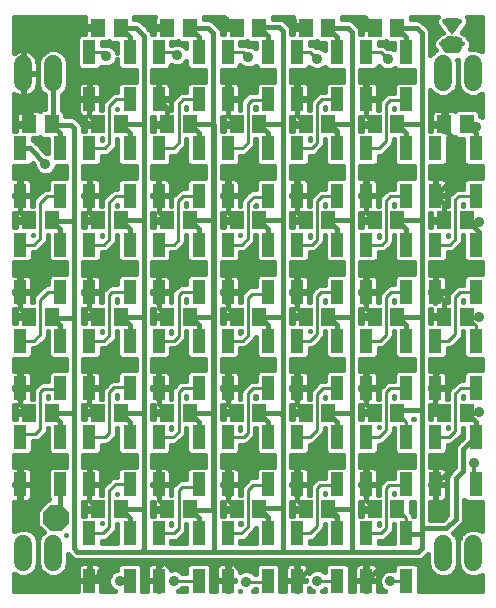
<source format=gtl>
G75*
%MOIN*%
%OFA0B0*%
%FSLAX24Y24*%
%IPPOS*%
%LPD*%
%AMOC8*
5,1,8,0,0,1.08239X$1,22.5*
%
%ADD10R,0.0312X0.0004*%
%ADD11R,0.0344X0.0004*%
%ADD12R,0.0368X0.0004*%
%ADD13R,0.0392X0.0004*%
%ADD14R,0.0408X0.0004*%
%ADD15R,0.0424X0.0004*%
%ADD16R,0.0432X0.0004*%
%ADD17R,0.0448X0.0004*%
%ADD18R,0.0456X0.0004*%
%ADD19R,0.0472X0.0004*%
%ADD20R,0.0480X0.0004*%
%ADD21R,0.0488X0.0004*%
%ADD22R,0.0496X0.0004*%
%ADD23R,0.0504X0.0004*%
%ADD24R,0.0512X0.0004*%
%ADD25R,0.0520X0.0004*%
%ADD26R,0.0528X0.0004*%
%ADD27R,0.0536X0.0004*%
%ADD28R,0.0536X0.0004*%
%ADD29R,0.0544X0.0004*%
%ADD30R,0.0552X0.0004*%
%ADD31R,0.0560X0.0004*%
%ADD32R,0.0560X0.0004*%
%ADD33R,0.0568X0.0004*%
%ADD34R,0.0576X0.0004*%
%ADD35R,0.0584X0.0004*%
%ADD36R,0.0592X0.0004*%
%ADD37R,0.0592X0.0004*%
%ADD38R,0.0600X0.0004*%
%ADD39R,0.0608X0.0004*%
%ADD40R,0.0608X0.0004*%
%ADD41R,0.0616X0.0004*%
%ADD42R,0.0624X0.0004*%
%ADD43R,0.0632X0.0004*%
%ADD44R,0.0632X0.0004*%
%ADD45R,0.0640X0.0004*%
%ADD46R,0.0648X0.0004*%
%ADD47R,0.0648X0.0004*%
%ADD48R,0.0656X0.0004*%
%ADD49R,0.0664X0.0004*%
%ADD50R,0.0664X0.0004*%
%ADD51R,0.0672X0.0004*%
%ADD52R,0.0680X0.0004*%
%ADD53R,0.0680X0.0004*%
%ADD54R,0.0688X0.0004*%
%ADD55R,0.0696X0.0004*%
%ADD56R,0.0700X0.0004*%
%ADD57R,0.0708X0.0004*%
%ADD58R,0.0716X0.0004*%
%ADD59R,0.0720X0.0004*%
%ADD60R,0.0720X0.0004*%
%ADD61R,0.0724X0.0004*%
%ADD62R,0.0808X0.0004*%
%ADD63R,0.0824X0.0004*%
%ADD64R,0.0832X0.0004*%
%ADD65R,0.0840X0.0004*%
%ADD66R,0.0848X0.0004*%
%ADD67R,0.0856X0.0004*%
%ADD68R,0.0860X0.0004*%
%ADD69R,0.0864X0.0004*%
%ADD70R,0.0864X0.0004*%
%ADD71R,0.0868X0.0004*%
%ADD72R,0.0872X0.0004*%
%ADD73R,0.0872X0.0004*%
%ADD74R,0.0860X0.0004*%
%ADD75R,0.0832X0.0004*%
%ADD76R,0.0824X0.0004*%
%ADD77R,0.0708X0.0004*%
%ADD78R,0.0712X0.0004*%
%ADD79R,0.0712X0.0004*%
%ADD80R,0.0700X0.0004*%
%ADD81R,0.0696X0.0004*%
%ADD82R,0.0692X0.0004*%
%ADD83R,0.0668X0.0004*%
%ADD84R,0.0660X0.0004*%
%ADD85R,0.0452X0.0004*%
%ADD86R,0.0188X0.0004*%
%ADD87R,0.0448X0.0004*%
%ADD88R,0.0440X0.0004*%
%ADD89R,0.0184X0.0004*%
%ADD90R,0.0432X0.0004*%
%ADD91R,0.0184X0.0004*%
%ADD92R,0.0424X0.0004*%
%ADD93R,0.0412X0.0004*%
%ADD94R,0.0128X0.0004*%
%ADD95R,0.0044X0.0004*%
%ADD96R,0.0400X0.0004*%
%ADD97R,0.0008X0.0004*%
%ADD98R,0.0388X0.0004*%
%ADD99R,0.0132X0.0004*%
%ADD100R,0.0360X0.0004*%
%ADD101R,0.0136X0.0004*%
%ADD102R,0.0340X0.0004*%
%ADD103R,0.0140X0.0004*%
%ADD104R,0.0328X0.0004*%
%ADD105R,0.0144X0.0004*%
%ADD106R,0.0324X0.0004*%
%ADD107R,0.0148X0.0004*%
%ADD108R,0.0320X0.0004*%
%ADD109R,0.0156X0.0004*%
%ADD110R,0.0316X0.0004*%
%ADD111R,0.0176X0.0004*%
%ADD112R,0.0080X0.0004*%
%ADD113R,0.0052X0.0004*%
%ADD114R,0.0380X0.0004*%
%ADD115R,0.0372X0.0004*%
%ADD116R,0.0356X0.0004*%
%ADD117R,0.0004X0.0004*%
%ADD118R,0.0308X0.0004*%
%ADD119R,0.0060X0.0004*%
%ADD120R,0.0240X0.0004*%
%ADD121R,0.0232X0.0004*%
%ADD122R,0.0044X0.0004*%
%ADD123R,0.0164X0.0004*%
%ADD124R,0.0056X0.0004*%
%ADD125R,0.0036X0.0004*%
%ADD126R,0.0156X0.0004*%
%ADD127R,0.0048X0.0004*%
%ADD128R,0.0024X0.0004*%
%ADD129R,0.0036X0.0004*%
%ADD130R,0.0016X0.0004*%
%ADD131R,0.0028X0.0004*%
%ADD132R,0.0012X0.0004*%
%ADD133R,0.0124X0.0004*%
%ADD134R,0.0108X0.0004*%
%ADD135R,0.0008X0.0004*%
%ADD136R,0.0092X0.0004*%
%ADD137R,0.0068X0.0004*%
%ADD138R,0.0008X0.0004*%
%ADD139R,0.0016X0.0004*%
%ADD140R,0.0024X0.0004*%
%ADD141R,0.0032X0.0004*%
%ADD142R,0.0032X0.0004*%
%ADD143R,0.0040X0.0004*%
%ADD144R,0.0056X0.0004*%
%ADD145R,0.0064X0.0004*%
%ADD146R,0.0072X0.0004*%
%ADD147R,0.0088X0.0004*%
%ADD148R,0.0096X0.0004*%
%ADD149R,0.0104X0.0004*%
%ADD150R,0.0112X0.0004*%
%ADD151R,0.0120X0.0004*%
%ADD152R,0.0124X0.0004*%
%ADD153R,0.0128X0.0004*%
%ADD154R,0.0144X0.0004*%
%ADD155R,0.0152X0.0004*%
%ADD156R,0.0152X0.0004*%
%ADD157R,0.0160X0.0004*%
%ADD158R,0.0168X0.0004*%
%ADD159R,0.0176X0.0004*%
%ADD160R,0.0184X0.0004*%
%ADD161R,0.0192X0.0004*%
%ADD162R,0.0200X0.0004*%
%ADD163R,0.0208X0.0004*%
%ADD164R,0.0216X0.0004*%
%ADD165R,0.0216X0.0004*%
%ADD166R,0.0224X0.0004*%
%ADD167R,0.0232X0.0004*%
%ADD168R,0.0240X0.0004*%
%ADD169R,0.0248X0.0004*%
%ADD170R,0.0256X0.0004*%
%ADD171R,0.0264X0.0004*%
%ADD172R,0.0272X0.0004*%
%ADD173R,0.0280X0.0004*%
%ADD174R,0.0288X0.0004*%
%ADD175R,0.0296X0.0004*%
%ADD176R,0.0304X0.0004*%
%ADD177R,0.0320X0.0004*%
%ADD178R,0.0328X0.0004*%
%ADD179R,0.0336X0.0004*%
%ADD180R,0.0336X0.0004*%
%ADD181R,0.0200X0.0004*%
%ADD182R,0.0128X0.0004*%
%ADD183R,0.0204X0.0004*%
%ADD184R,0.0216X0.0004*%
%ADD185R,0.0228X0.0004*%
%ADD186R,0.0416X0.0004*%
%ADD187R,0.0424X0.0004*%
%ADD188R,0.0428X0.0004*%
%ADD189R,0.0304X0.0004*%
%ADD190R,0.0180X0.0004*%
%ADD191R,0.0112X0.0004*%
%ADD192R,0.0176X0.0004*%
%ADD193R,0.0112X0.0004*%
%ADD194R,0.0132X0.0004*%
%ADD195R,0.0116X0.0004*%
%ADD196R,0.0332X0.0004*%
%ADD197R,0.0336X0.0004*%
%ADD198R,0.0480X0.0004*%
%ADD199R,0.0496X0.0004*%
%ADD200R,0.0512X0.0004*%
%ADD201R,0.0544X0.0004*%
%ADD202R,0.0208X0.0004*%
%ADD203R,0.0356X0.0004*%
%ADD204R,0.0208X0.0004*%
%ADD205R,0.0364X0.0004*%
%ADD206R,0.0212X0.0004*%
%ADD207R,0.0368X0.0004*%
%ADD208R,0.0220X0.0004*%
%ADD209R,0.0600X0.0004*%
%ADD210R,0.0356X0.0004*%
%ADD211R,0.0228X0.0004*%
%ADD212R,0.0236X0.0004*%
%ADD213R,0.0360X0.0004*%
%ADD214R,0.0368X0.0004*%
%ADD215R,0.0244X0.0004*%
%ADD216R,0.0252X0.0004*%
%ADD217R,0.0376X0.0004*%
%ADD218R,0.0672X0.0004*%
%ADD219R,0.0624X0.0004*%
%ADD220R,0.0596X0.0004*%
%ADD221R,0.0552X0.0004*%
%ADD222R,0.0456X0.0004*%
%ADD223R,0.0384X0.0004*%
%ADD224R,0.0352X0.0004*%
%ADD225R,0.0188X0.0004*%
%ADD226R,0.0108X0.0004*%
%ADD227R,0.0433X0.0787*%
%ADD228R,0.0512X0.0591*%
%ADD229C,0.0600*%
%ADD230OC8,0.0850*%
%ADD231C,0.0160*%
%ADD232C,0.0356*%
%ADD233C,0.0100*%
%ADD234C,0.0120*%
D10*
X015088Y018382D03*
X015092Y018894D03*
X015088Y019194D03*
X015088Y019198D03*
D11*
X015088Y018386D03*
D12*
X015088Y018390D03*
D13*
X015088Y018394D03*
X015064Y018878D03*
D14*
X015088Y019258D03*
X015088Y019262D03*
X015088Y019518D03*
X015088Y018398D03*
D15*
X015088Y018402D03*
D16*
X015088Y018406D03*
X015088Y019278D03*
X015088Y019514D03*
D17*
X015088Y018410D03*
D18*
X015088Y018414D03*
D19*
X015088Y018418D03*
D20*
X015088Y018422D03*
X015088Y019506D03*
D21*
X015088Y019314D03*
X015088Y018426D03*
D22*
X015088Y018430D03*
D23*
X015088Y018434D03*
X015088Y019326D03*
D24*
X015088Y019498D03*
X015088Y018438D03*
D25*
X015088Y018442D03*
X015088Y019334D03*
X015088Y019338D03*
D26*
X015088Y019342D03*
X015088Y018446D03*
D27*
X015088Y018450D03*
D28*
X015088Y018454D03*
X015088Y019346D03*
X015088Y019494D03*
D29*
X015088Y019354D03*
X015088Y018458D03*
D30*
X015088Y018462D03*
X015088Y019358D03*
D31*
X015088Y019362D03*
X015088Y018466D03*
D32*
X015088Y018470D03*
D33*
X015088Y018474D03*
X015088Y019366D03*
X015088Y019486D03*
D34*
X015088Y018482D03*
X015088Y018478D03*
D35*
X015088Y018486D03*
X015088Y019482D03*
D36*
X015088Y018490D03*
D37*
X015088Y018494D03*
D38*
X015088Y018498D03*
X015088Y018502D03*
D39*
X015088Y018506D03*
X015088Y019474D03*
D40*
X015088Y018510D03*
D41*
X015088Y018514D03*
X015088Y018518D03*
D42*
X015088Y018522D03*
X015088Y018526D03*
D43*
X015088Y018530D03*
D44*
X015088Y018534D03*
X015088Y019466D03*
D45*
X015088Y018542D03*
X015088Y018538D03*
D46*
X015088Y018546D03*
X015088Y018554D03*
X015088Y019462D03*
D47*
X015088Y018550D03*
D48*
X015088Y018558D03*
X015088Y018562D03*
X015088Y019426D03*
X015088Y019458D03*
D49*
X015088Y019454D03*
X015088Y019434D03*
X015088Y018566D03*
D50*
X015088Y018570D03*
X015088Y019430D03*
D51*
X015088Y019438D03*
X015092Y018806D03*
X015088Y018582D03*
X015088Y018578D03*
X015088Y018574D03*
D52*
X015088Y018586D03*
X015088Y018802D03*
X015088Y019442D03*
X015088Y019446D03*
D53*
X015088Y018590D03*
D54*
X015088Y018594D03*
X015088Y018598D03*
X015088Y018798D03*
D55*
X015088Y018606D03*
X015088Y018602D03*
D56*
X015090Y018610D03*
D57*
X015090Y018614D03*
X015090Y018618D03*
D58*
X015090Y018622D03*
X015090Y018626D03*
D59*
X015088Y018630D03*
D60*
X015088Y018634D03*
D61*
X015086Y018638D03*
D62*
X015088Y018642D03*
X015088Y018734D03*
D63*
X015088Y018646D03*
D64*
X015088Y018650D03*
D65*
X015088Y018654D03*
X015088Y018722D03*
D66*
X015088Y018718D03*
X015088Y018658D03*
D67*
X015088Y018662D03*
X015088Y018714D03*
D68*
X015086Y018666D03*
D69*
X015088Y018670D03*
D70*
X015088Y018674D03*
X015088Y018702D03*
X015088Y018706D03*
D71*
X015086Y018698D03*
X015086Y018682D03*
X015086Y018678D03*
D72*
X015088Y018686D03*
X015088Y018694D03*
D73*
X015088Y018690D03*
D74*
X015086Y018710D03*
D75*
X015088Y018726D03*
D76*
X015088Y018730D03*
D77*
X015078Y018766D03*
X015082Y018778D03*
D78*
X015080Y018770D03*
D79*
X015080Y018774D03*
D80*
X015082Y018782D03*
X015082Y018786D03*
D81*
X015084Y018790D03*
D82*
X015086Y018794D03*
D83*
X015094Y018810D03*
D84*
X015094Y018814D03*
X015094Y018818D03*
D85*
X015194Y018822D03*
D86*
X014862Y018838D03*
X014858Y018826D03*
X014858Y018822D03*
D87*
X015196Y018826D03*
D88*
X015196Y018830D03*
D89*
X014860Y018830D03*
D90*
X015196Y018834D03*
D91*
X014860Y018834D03*
D92*
X015200Y018838D03*
D93*
X015202Y018842D03*
D94*
X014900Y018846D03*
X014896Y018842D03*
X014980Y019218D03*
X014976Y019222D03*
D95*
X014790Y018842D03*
D96*
X015204Y018846D03*
X015088Y019254D03*
D97*
X015088Y018994D03*
X014772Y018846D03*
D98*
X015206Y018850D03*
D99*
X014906Y018850D03*
X015250Y019290D03*
D100*
X015200Y019378D03*
X015216Y018854D03*
D101*
X015088Y018922D03*
X015088Y019078D03*
X014968Y019238D03*
X014908Y018854D03*
D102*
X015222Y018858D03*
D103*
X014914Y018858D03*
X014966Y019242D03*
D104*
X015156Y019298D03*
X015220Y018862D03*
D105*
X014920Y018862D03*
D106*
X015218Y018866D03*
D107*
X015090Y018918D03*
X014926Y018866D03*
D108*
X015212Y018870D03*
X015088Y019530D03*
D109*
X014970Y019250D03*
X014934Y018870D03*
D110*
X015206Y018874D03*
D111*
X014952Y018874D03*
D112*
X015088Y019038D03*
X015088Y019042D03*
X015316Y018878D03*
D113*
X015314Y018882D03*
X015214Y018906D03*
D114*
X015066Y018882D03*
D115*
X015070Y018886D03*
D116*
X015074Y018890D03*
X015194Y019370D03*
D117*
X014922Y018894D03*
D118*
X015094Y018898D03*
D119*
X015214Y018902D03*
D120*
X015060Y018902D03*
X015088Y019146D03*
X015288Y019414D03*
X015088Y019538D03*
D121*
X015276Y019394D03*
X015280Y019398D03*
X015060Y018906D03*
D122*
X015218Y018910D03*
D123*
X015090Y018910D03*
D124*
X014976Y018910D03*
D125*
X015218Y018914D03*
D126*
X015090Y018914D03*
D127*
X015088Y019018D03*
X014972Y018914D03*
D128*
X015220Y018918D03*
D129*
X015090Y018942D03*
X014970Y018918D03*
D130*
X014964Y018926D03*
X015220Y018922D03*
D131*
X014966Y018922D03*
D132*
X015222Y018926D03*
D133*
X015090Y018926D03*
X015246Y019282D03*
X014914Y019306D03*
D134*
X015090Y018930D03*
D135*
X014960Y018930D03*
D136*
X015090Y018934D03*
D137*
X015090Y018938D03*
D138*
X015088Y018990D03*
D139*
X015088Y018998D03*
D140*
X015088Y019002D03*
D141*
X015088Y019006D03*
D142*
X015088Y019010D03*
D143*
X015088Y019014D03*
D144*
X015088Y019022D03*
X015088Y019026D03*
D145*
X015088Y019030D03*
D146*
X015088Y019034D03*
D147*
X015088Y019046D03*
D148*
X015088Y019050D03*
D149*
X015088Y019054D03*
X015088Y019058D03*
D150*
X015088Y019062D03*
D151*
X015088Y019066D03*
X014912Y019302D03*
D152*
X015090Y019070D03*
D153*
X015088Y019074D03*
X014972Y019226D03*
X014968Y019234D03*
X015248Y019286D03*
D154*
X015088Y019082D03*
X014968Y019246D03*
D155*
X015088Y019086D03*
D156*
X015088Y019090D03*
D157*
X015088Y019094D03*
D158*
X015088Y019098D03*
X015088Y019102D03*
D159*
X015088Y019106D03*
D160*
X015088Y019110D03*
D161*
X015088Y019114D03*
X015088Y019118D03*
D162*
X015088Y019122D03*
X015160Y019218D03*
X015164Y019222D03*
X015168Y019226D03*
D163*
X015172Y019238D03*
X015088Y019126D03*
D164*
X015088Y019130D03*
D165*
X015088Y019134D03*
D166*
X015088Y019138D03*
D167*
X015088Y019142D03*
X015284Y019406D03*
D168*
X015088Y019150D03*
D169*
X015088Y019154D03*
D170*
X015088Y019158D03*
D171*
X015088Y019162D03*
X015088Y019166D03*
D172*
X015088Y019170D03*
D173*
X015088Y019174D03*
X015088Y019534D03*
D174*
X015088Y019182D03*
X015088Y019178D03*
D175*
X015088Y019186D03*
D176*
X015088Y019190D03*
D177*
X015088Y019202D03*
D178*
X015088Y019206D03*
D179*
X015088Y019210D03*
D180*
X015088Y019214D03*
D181*
X015168Y019230D03*
D182*
X014972Y019230D03*
D183*
X014902Y019374D03*
X015170Y019234D03*
D184*
X015172Y019242D03*
X015172Y019246D03*
D185*
X015170Y019250D03*
D186*
X015088Y019266D03*
D187*
X015088Y019270D03*
D188*
X015086Y019274D03*
D189*
X015020Y019282D03*
D190*
X015078Y019286D03*
X015082Y019294D03*
D191*
X014920Y019286D03*
X014916Y019294D03*
D192*
X015080Y019290D03*
D193*
X014916Y019290D03*
D194*
X015250Y019294D03*
D195*
X014914Y019298D03*
D196*
X015158Y019302D03*
D197*
X015156Y019306D03*
D198*
X015088Y019310D03*
D199*
X015088Y019318D03*
X015088Y019322D03*
X015088Y019502D03*
D200*
X015088Y019330D03*
D201*
X015088Y019350D03*
D202*
X014908Y019370D03*
D203*
X014958Y019398D03*
X014958Y019402D03*
X015198Y019374D03*
D204*
X014900Y019378D03*
D205*
X015202Y019382D03*
D206*
X014898Y019382D03*
D207*
X015200Y019386D03*
D208*
X014902Y019386D03*
D209*
X015088Y019390D03*
D210*
X014962Y019394D03*
X014954Y019406D03*
D211*
X015282Y019402D03*
D212*
X015286Y019410D03*
D213*
X014952Y019410D03*
D214*
X014952Y019414D03*
X014952Y019418D03*
D215*
X015286Y019418D03*
D216*
X015286Y019422D03*
D217*
X014952Y019422D03*
D218*
X015088Y019450D03*
D219*
X015088Y019470D03*
D220*
X015086Y019478D03*
D221*
X015088Y019490D03*
D222*
X015088Y019510D03*
D223*
X015088Y019522D03*
D224*
X015088Y019526D03*
D225*
X015090Y019542D03*
D226*
X015086Y019546D03*
D227*
X013560Y018428D03*
X013560Y016853D03*
X012221Y016853D03*
X011254Y016853D03*
X011254Y018428D03*
X012221Y018428D03*
X009915Y018428D03*
X008948Y018428D03*
X008948Y016853D03*
X009915Y016853D03*
X009915Y015219D03*
X008948Y015219D03*
X008948Y013645D03*
X009915Y013645D03*
X011254Y013645D03*
X012221Y013645D03*
X012221Y015219D03*
X011254Y015219D03*
X013560Y015219D03*
X014527Y015219D03*
X014527Y013645D03*
X013560Y013645D03*
X013560Y012011D03*
X014527Y012011D03*
X014527Y010436D03*
X013560Y010436D03*
X012221Y010436D03*
X011254Y010436D03*
X011254Y012011D03*
X012221Y012011D03*
X009915Y012011D03*
X008948Y012011D03*
X008948Y010436D03*
X009915Y010436D03*
X009915Y008802D03*
X008948Y008802D03*
X008948Y007227D03*
X009915Y007227D03*
X011254Y007227D03*
X012221Y007227D03*
X012221Y008802D03*
X011254Y008802D03*
X013560Y008802D03*
X014527Y008802D03*
X014527Y007227D03*
X013560Y007227D03*
X013560Y005593D03*
X014527Y005593D03*
X014527Y004019D03*
X013560Y004019D03*
X012221Y004019D03*
X011254Y004019D03*
X011254Y005593D03*
X012221Y005593D03*
X009915Y005593D03*
X008948Y005593D03*
X008948Y004019D03*
X009915Y004019D03*
X009915Y002385D03*
X008948Y002385D03*
X008948Y000810D03*
X009915Y000810D03*
X011254Y000810D03*
X012221Y000810D03*
X012221Y002385D03*
X011254Y002385D03*
X013560Y002385D03*
X013560Y000810D03*
X015865Y004019D03*
X015865Y005593D03*
X015865Y007227D03*
X015865Y008802D03*
X015865Y010436D03*
X015865Y012011D03*
X015865Y013645D03*
X015865Y015219D03*
X007609Y015219D03*
X006641Y015219D03*
X006641Y013645D03*
X007609Y013645D03*
X007609Y012011D03*
X006641Y012011D03*
X006641Y010436D03*
X007609Y010436D03*
X007609Y008802D03*
X006641Y008802D03*
X006641Y007227D03*
X007609Y007227D03*
X007609Y005593D03*
X006641Y005593D03*
X006641Y004019D03*
X007609Y004019D03*
X007609Y002385D03*
X006641Y002385D03*
X006641Y000810D03*
X007609Y000810D03*
X005302Y000810D03*
X004334Y000810D03*
X004334Y002385D03*
X005302Y002385D03*
X005302Y004019D03*
X004334Y004019D03*
X004334Y005593D03*
X005302Y005593D03*
X005302Y007227D03*
X004334Y007227D03*
X004334Y008802D03*
X005302Y008802D03*
X005302Y010436D03*
X004334Y010436D03*
X004334Y012011D03*
X005302Y012011D03*
X005302Y013645D03*
X004334Y013645D03*
X004334Y015219D03*
X005302Y015219D03*
X005302Y016853D03*
X004334Y016853D03*
X004334Y018428D03*
X005302Y018428D03*
X006641Y018428D03*
X007609Y018428D03*
X007609Y016853D03*
X006641Y016853D03*
X002995Y016853D03*
X002995Y018428D03*
X002995Y015219D03*
X002030Y015219D03*
X002030Y013645D03*
X002995Y013645D03*
X002995Y012011D03*
X002030Y012011D03*
X002030Y010436D03*
X002995Y010436D03*
X002995Y008802D03*
X002030Y008802D03*
X002030Y007227D03*
X002995Y007227D03*
X002995Y005593D03*
X002030Y005593D03*
X002030Y004019D03*
X002995Y004019D03*
X002995Y002385D03*
X002995Y000810D03*
X000691Y004019D03*
X000691Y005593D03*
X000691Y007227D03*
X000691Y008802D03*
X000691Y010436D03*
X000691Y012011D03*
X000691Y013645D03*
X000691Y015219D03*
D228*
X000987Y016026D03*
X001735Y016026D03*
X003290Y016026D03*
X004038Y016026D03*
X005597Y016026D03*
X006345Y016026D03*
X007904Y016026D03*
X008652Y016026D03*
X010210Y016026D03*
X010958Y016026D03*
X012516Y016026D03*
X013264Y016026D03*
X014822Y016026D03*
X015570Y016026D03*
X015570Y012818D03*
X014822Y012818D03*
X013264Y012818D03*
X012516Y012818D03*
X010958Y012818D03*
X010210Y012818D03*
X008652Y012818D03*
X007904Y012818D03*
X006345Y012818D03*
X005597Y012818D03*
X004038Y012818D03*
X003290Y012818D03*
X001735Y012818D03*
X000987Y012818D03*
X000987Y009609D03*
X001735Y009609D03*
X003290Y009609D03*
X004038Y009609D03*
X005597Y009609D03*
X006345Y009609D03*
X007904Y009609D03*
X008652Y009609D03*
X010210Y009609D03*
X010958Y009609D03*
X012516Y009609D03*
X013264Y009609D03*
X014822Y009609D03*
X015570Y009609D03*
X015570Y006400D03*
X014822Y006400D03*
X013264Y006400D03*
X012516Y006400D03*
X010958Y006400D03*
X010210Y006400D03*
X008652Y006400D03*
X007904Y006400D03*
X006345Y006400D03*
X005597Y006400D03*
X004038Y006400D03*
X003290Y006400D03*
X001735Y006400D03*
X000987Y006400D03*
X003290Y003192D03*
X004038Y003192D03*
X005597Y003192D03*
X006345Y003192D03*
X007904Y003192D03*
X008652Y003192D03*
X010210Y003192D03*
X010958Y003192D03*
X012516Y003192D03*
X013264Y003192D03*
X013264Y019235D03*
X012516Y019235D03*
X010958Y019235D03*
X010210Y019235D03*
X008652Y019235D03*
X007904Y019235D03*
X006345Y019235D03*
X005597Y019235D03*
X004038Y019235D03*
X003290Y019235D03*
D229*
X001788Y018020D02*
X001788Y017420D01*
X000788Y017420D02*
X000788Y018020D01*
X000783Y002040D02*
X000783Y001440D01*
X001783Y001440D02*
X001783Y002040D01*
X014788Y002035D02*
X014788Y001435D01*
X015788Y001435D02*
X015788Y002035D01*
X015778Y017440D02*
X015778Y018040D01*
X014778Y018040D02*
X014778Y017440D01*
D230*
X001889Y002897D03*
D231*
X000488Y001028D02*
X000488Y000460D01*
X002598Y000460D01*
X002598Y000782D01*
X002967Y000782D01*
X002967Y000838D01*
X002967Y001384D01*
X002755Y001384D01*
X002709Y001371D01*
X002668Y001348D01*
X002634Y001314D01*
X002611Y001273D01*
X002598Y001227D01*
X002598Y000838D01*
X002967Y000838D01*
X003023Y000838D01*
X003023Y001384D01*
X003235Y001384D01*
X003281Y001371D01*
X003322Y001348D01*
X003356Y001314D01*
X003379Y001273D01*
X003391Y001227D01*
X003391Y000838D01*
X003023Y000838D01*
X003023Y000782D01*
X003391Y000782D01*
X003391Y000460D01*
X003854Y000460D01*
X003793Y000485D01*
X003686Y000592D01*
X003629Y000731D01*
X003629Y000881D01*
X003686Y001020D01*
X003793Y001127D01*
X003917Y001178D01*
X003917Y001286D01*
X004034Y001404D01*
X004633Y001404D01*
X004750Y001286D01*
X004750Y000460D01*
X004906Y000460D01*
X004906Y000782D01*
X005274Y000782D01*
X005274Y000838D01*
X004906Y000838D01*
X004906Y001227D01*
X004918Y001273D01*
X004941Y001314D01*
X004975Y001348D01*
X005016Y001371D01*
X005062Y001384D01*
X005274Y001384D01*
X005274Y000838D01*
X005330Y000838D01*
X005330Y001384D01*
X005542Y001384D01*
X005588Y001371D01*
X005629Y001348D01*
X005663Y001314D01*
X005686Y001273D01*
X005699Y001227D01*
X005699Y001175D01*
X005731Y001188D01*
X005881Y001188D01*
X006020Y001130D01*
X006091Y001060D01*
X006224Y001060D01*
X006224Y001286D01*
X006341Y001404D01*
X006940Y001404D01*
X007057Y001286D01*
X007057Y000460D01*
X007213Y000460D01*
X007213Y000782D01*
X007581Y000782D01*
X007581Y000838D01*
X007213Y000838D01*
X007213Y001227D01*
X007225Y001273D01*
X007249Y001314D01*
X007282Y001348D01*
X007323Y001371D01*
X007369Y001384D01*
X007581Y001384D01*
X007581Y000838D01*
X007637Y000838D01*
X007637Y001384D01*
X007849Y001384D01*
X007895Y001371D01*
X007936Y001348D01*
X007970Y001314D01*
X007993Y001273D01*
X008006Y001227D01*
X008006Y001092D01*
X008013Y001099D01*
X008152Y001157D01*
X008302Y001157D01*
X008441Y001099D01*
X008512Y001028D01*
X008531Y001028D01*
X008531Y001286D01*
X008648Y001404D01*
X009247Y001404D01*
X009364Y001286D01*
X009364Y000460D01*
X009519Y000460D01*
X009519Y000782D01*
X009887Y000782D01*
X009887Y000838D01*
X009519Y000838D01*
X009519Y001227D01*
X009531Y001273D01*
X009554Y001314D01*
X009588Y001348D01*
X009629Y001371D01*
X009675Y001384D01*
X009887Y001384D01*
X009887Y000838D01*
X009943Y000838D01*
X009943Y001384D01*
X010155Y001384D01*
X010201Y001371D01*
X010242Y001348D01*
X010276Y001314D01*
X010299Y001273D01*
X010312Y001227D01*
X010312Y001063D01*
X010375Y001127D01*
X010514Y001184D01*
X010665Y001184D01*
X010804Y001127D01*
X010837Y001093D01*
X010837Y001286D01*
X010954Y001404D01*
X011553Y001404D01*
X011670Y001286D01*
X011670Y000460D01*
X011824Y000460D01*
X011824Y000782D01*
X012193Y000782D01*
X012193Y000838D01*
X012193Y001384D01*
X011981Y001384D01*
X011935Y001371D01*
X011894Y001348D01*
X011860Y001314D01*
X011837Y001273D01*
X011824Y001227D01*
X011824Y000838D01*
X012193Y000838D01*
X012249Y000838D01*
X012249Y001384D01*
X012461Y001384D01*
X012507Y001371D01*
X012548Y001348D01*
X012582Y001314D01*
X012605Y001273D01*
X012617Y001227D01*
X012617Y000838D01*
X012249Y000838D01*
X012249Y000782D01*
X012617Y000782D01*
X012617Y000460D01*
X012845Y000460D01*
X012812Y000474D01*
X012706Y000580D01*
X012648Y000719D01*
X012648Y000869D01*
X012706Y001008D01*
X012812Y001115D01*
X012951Y001172D01*
X013102Y001172D01*
X013143Y001155D01*
X013143Y001286D01*
X013260Y001404D01*
X013859Y001404D01*
X013976Y001286D01*
X013976Y000460D01*
X016069Y000460D01*
X016069Y001011D01*
X015887Y000935D01*
X015688Y000935D01*
X015504Y001011D01*
X015364Y001152D01*
X015288Y001336D01*
X015288Y002134D01*
X015364Y002318D01*
X015504Y002459D01*
X015688Y002535D01*
X015887Y002535D01*
X016069Y002459D01*
X016069Y003425D01*
X015566Y003425D01*
X015484Y003507D01*
X015484Y002817D01*
X015441Y002714D01*
X015130Y002403D01*
X015128Y002401D01*
X015211Y002318D01*
X015288Y002134D01*
X015288Y001336D01*
X015211Y001152D01*
X015071Y001011D01*
X014887Y000935D01*
X014688Y000935D01*
X014504Y001011D01*
X014364Y001152D01*
X014288Y001336D01*
X014288Y001707D01*
X014201Y001620D01*
X014122Y001541D01*
X014019Y001498D01*
X009535Y001498D01*
X007173Y001498D01*
X002542Y001498D01*
X002439Y001541D01*
X002328Y001651D01*
X002283Y001697D01*
X002283Y001341D01*
X002206Y001157D01*
X002066Y001016D01*
X001882Y000940D01*
X001683Y000940D01*
X001499Y001016D01*
X001359Y001157D01*
X001283Y001341D01*
X001283Y002139D01*
X001359Y002323D01*
X001468Y002433D01*
X001264Y002638D01*
X001264Y003155D01*
X001630Y003522D01*
X001634Y003522D01*
X001613Y003542D01*
X001613Y004495D01*
X001730Y004612D01*
X002207Y004612D01*
X002207Y005000D01*
X001730Y005000D01*
X001613Y005117D01*
X001613Y005905D01*
X001607Y005905D01*
X001607Y005819D01*
X001569Y005727D01*
X001499Y005657D01*
X001337Y005496D01*
X001245Y005458D01*
X001108Y005458D01*
X001108Y005117D01*
X000991Y005000D01*
X000488Y005000D01*
X000488Y004592D01*
X000663Y004592D01*
X000663Y004047D01*
X000720Y004047D01*
X001088Y004047D01*
X001088Y004436D01*
X001076Y004482D01*
X001052Y004523D01*
X001018Y004556D01*
X000977Y004580D01*
X000931Y004592D01*
X000720Y004592D01*
X000720Y004047D01*
X000720Y003990D01*
X001088Y003990D01*
X001088Y003601D01*
X001076Y003555D01*
X001052Y003514D01*
X001018Y003481D01*
X000977Y003457D01*
X000931Y003445D01*
X000720Y003445D01*
X000720Y003990D01*
X000663Y003990D01*
X000663Y003445D01*
X000488Y003445D01*
X000488Y002452D01*
X000499Y002464D01*
X000683Y002540D01*
X000882Y002540D01*
X001066Y002464D01*
X001206Y002323D01*
X001283Y002139D01*
X001283Y001341D01*
X001206Y001157D01*
X001066Y001016D01*
X000882Y000940D01*
X000683Y000940D01*
X000499Y001016D01*
X000488Y001028D01*
X000488Y000973D02*
X000605Y000973D01*
X000488Y000814D02*
X002967Y000814D01*
X002995Y000810D02*
X002995Y001361D01*
X003113Y001479D01*
X005432Y001479D01*
X005471Y001440D01*
X005302Y001271D01*
X005302Y000810D01*
X005274Y000814D02*
X004750Y000814D01*
X004750Y000656D02*
X004906Y000656D01*
X004906Y000497D02*
X004750Y000497D01*
X004750Y000973D02*
X004906Y000973D01*
X004906Y001131D02*
X004750Y001131D01*
X004747Y001290D02*
X004927Y001290D01*
X005274Y001290D02*
X005330Y001290D01*
X005330Y001131D02*
X005274Y001131D01*
X005274Y000973D02*
X005330Y000973D01*
X005330Y000838D02*
X005428Y000838D01*
X005428Y000782D01*
X005330Y000782D01*
X005330Y000838D01*
X005330Y000814D02*
X005428Y000814D01*
X005330Y000782D02*
X005274Y000782D01*
X005274Y000460D01*
X005330Y000460D01*
X005330Y000782D01*
X005330Y000656D02*
X005274Y000656D01*
X005274Y000497D02*
X005330Y000497D01*
X005949Y000460D02*
X006020Y000489D01*
X006091Y000560D01*
X006224Y000560D01*
X006224Y000460D01*
X005949Y000460D01*
X006028Y000497D02*
X006224Y000497D01*
X006224Y001131D02*
X006019Y001131D01*
X006058Y001208D02*
X005700Y001208D01*
X005700Y001211D01*
X005471Y001440D01*
X005432Y001479D02*
X010373Y001479D01*
X010277Y001384D01*
X010277Y001172D01*
X009915Y000810D01*
X009887Y000814D02*
X009364Y000814D01*
X009364Y000656D02*
X009519Y000656D01*
X009519Y000497D02*
X009364Y000497D01*
X009364Y000973D02*
X009519Y000973D01*
X009519Y001131D02*
X009364Y001131D01*
X009361Y001290D02*
X009540Y001290D01*
X009887Y001290D02*
X009943Y001290D01*
X009943Y001131D02*
X009887Y001131D01*
X009887Y000973D02*
X009943Y000973D01*
X009943Y000838D02*
X010211Y000838D01*
X010211Y000782D01*
X009943Y000782D01*
X009943Y000838D01*
X009943Y000814D02*
X010211Y000814D01*
X009943Y000782D02*
X009943Y000460D01*
X009887Y000460D01*
X009887Y000782D01*
X009943Y000782D01*
X009943Y000656D02*
X009887Y000656D01*
X009887Y000497D02*
X009943Y000497D01*
X010312Y000497D02*
X010364Y000497D01*
X010375Y000485D02*
X010437Y000460D01*
X010312Y000460D01*
X010312Y000549D01*
X010375Y000485D01*
X010742Y000460D02*
X010804Y000485D01*
X010837Y000519D01*
X010837Y000460D01*
X010742Y000460D01*
X010815Y000497D02*
X010837Y000497D01*
X010837Y001131D02*
X010793Y001131D01*
X010840Y001290D02*
X010290Y001290D01*
X010312Y001131D02*
X010386Y001131D01*
X010373Y001479D02*
X012806Y001479D01*
X013054Y001231D01*
X012834Y001452D01*
X010814Y001452D01*
X010837Y002058D02*
X010332Y002058D01*
X010332Y002135D01*
X010391Y002135D01*
X010483Y002173D01*
X010727Y002417D01*
X010797Y002487D01*
X010836Y002579D01*
X010836Y002697D01*
X010837Y002697D01*
X010837Y002058D01*
X010837Y002082D02*
X010332Y002082D01*
X010551Y002241D02*
X010837Y002241D01*
X010837Y002399D02*
X010709Y002399D01*
X010827Y002558D02*
X010837Y002558D01*
X011254Y002385D02*
X011254Y002957D01*
X011026Y003184D01*
X011735Y003184D01*
X011739Y003180D01*
X011739Y006416D01*
X011723Y006400D01*
X010958Y006400D01*
X011254Y006105D01*
X011254Y005593D01*
X010837Y005569D02*
X010671Y005569D01*
X010723Y005622D02*
X010483Y005381D01*
X010391Y005343D01*
X010332Y005343D01*
X010332Y005117D01*
X010214Y005000D01*
X009724Y005000D01*
X009724Y004592D01*
X009887Y004592D01*
X009887Y004047D01*
X009943Y004047D01*
X009943Y004592D01*
X010155Y004592D01*
X010201Y004580D01*
X010242Y004556D01*
X010276Y004523D01*
X010299Y004482D01*
X010312Y004436D01*
X010312Y004047D01*
X009943Y004047D01*
X009943Y003990D01*
X009943Y003667D01*
X009931Y003667D01*
X009887Y003655D01*
X009887Y003990D01*
X009943Y003990D01*
X010312Y003990D01*
X010312Y003667D01*
X010336Y003667D01*
X010336Y003934D01*
X010374Y004026D01*
X010480Y004133D01*
X010550Y004203D01*
X010642Y004241D01*
X010837Y004241D01*
X010837Y004495D01*
X010954Y004612D01*
X011451Y004612D01*
X011451Y005000D01*
X010954Y005000D01*
X010837Y005117D01*
X010837Y005905D01*
X010832Y005905D01*
X010832Y005784D01*
X010794Y005692D01*
X010723Y005622D01*
X010808Y005728D02*
X010837Y005728D01*
X010832Y005886D02*
X010837Y005886D01*
X010837Y005411D02*
X010512Y005411D01*
X010332Y005252D02*
X010837Y005252D01*
X010860Y005094D02*
X010308Y005094D01*
X009936Y004790D02*
X009915Y004769D01*
X009915Y004019D01*
X009915Y003487D01*
X010210Y003192D01*
X010162Y003192D02*
X009724Y003192D01*
X009774Y003240D02*
X010162Y003240D01*
X010162Y003144D01*
X009774Y003144D01*
X009774Y002978D01*
X009724Y002978D01*
X009724Y003445D01*
X009774Y003445D01*
X009774Y003240D01*
X009774Y003350D02*
X009724Y003350D01*
X009724Y003033D02*
X009774Y003033D01*
X009436Y003215D02*
X008660Y003215D01*
X008948Y002928D01*
X008948Y002385D01*
X008948Y002897D01*
X008652Y003192D01*
X008531Y002553D02*
X008531Y002058D01*
X008026Y002058D01*
X008026Y002135D01*
X008112Y002135D01*
X008204Y002173D01*
X008494Y002464D01*
X008531Y002553D01*
X008531Y002399D02*
X008430Y002399D01*
X008531Y002241D02*
X008271Y002241D01*
X008026Y002082D02*
X008531Y002082D01*
X008026Y002702D02*
X008026Y002717D01*
X008032Y002717D01*
X008032Y002709D01*
X008026Y002702D01*
X008026Y002716D02*
X008032Y002716D01*
X007856Y003144D02*
X007469Y003144D01*
X007469Y002978D01*
X007413Y002978D01*
X007413Y003445D01*
X007469Y003445D01*
X007469Y003240D01*
X007856Y003240D01*
X007856Y003144D01*
X007856Y003192D02*
X007413Y003192D01*
X007413Y003350D02*
X007469Y003350D01*
X007609Y003487D02*
X007609Y004019D01*
X007609Y004692D01*
X007581Y004592D02*
X007413Y004592D01*
X007413Y005000D01*
X007909Y005000D01*
X008026Y005117D01*
X008026Y005343D01*
X008186Y005343D01*
X008278Y005381D01*
X008420Y005523D01*
X008490Y005594D01*
X008528Y005685D01*
X008528Y005905D01*
X008531Y005905D01*
X008531Y005117D01*
X008648Y005000D01*
X009156Y005000D01*
X009156Y004612D01*
X008648Y004612D01*
X008531Y004495D01*
X008531Y004261D01*
X008414Y004261D01*
X008322Y004223D01*
X008141Y004042D01*
X008070Y003971D01*
X008032Y003879D01*
X008032Y003667D01*
X008006Y003667D01*
X008006Y003990D01*
X007637Y003990D01*
X007637Y003667D01*
X007625Y003667D01*
X007581Y003655D01*
X007581Y003990D01*
X007637Y003990D01*
X007637Y004047D01*
X007581Y004047D01*
X007581Y004592D01*
X007637Y004592D02*
X007637Y004047D01*
X008006Y004047D01*
X008006Y004436D01*
X007993Y004482D01*
X007970Y004523D01*
X007936Y004556D01*
X007895Y004580D01*
X007849Y004592D01*
X007637Y004592D01*
X007637Y004460D02*
X007581Y004460D01*
X007581Y004301D02*
X007637Y004301D01*
X007637Y004143D02*
X007581Y004143D01*
X007581Y004047D02*
X007413Y004047D01*
X007413Y003990D01*
X007581Y003990D01*
X007581Y004047D01*
X007581Y003984D02*
X007637Y003984D01*
X007637Y003826D02*
X007581Y003826D01*
X007581Y003667D02*
X007625Y003667D01*
X007609Y003487D02*
X007904Y003192D01*
X007469Y003033D02*
X007413Y003033D01*
X007129Y003172D02*
X007117Y003160D01*
X006373Y003160D01*
X006641Y002893D01*
X006641Y002385D01*
X006641Y002897D01*
X006345Y003192D01*
X006224Y002697D02*
X006221Y002697D01*
X006221Y002504D01*
X006183Y002412D01*
X006113Y002342D01*
X005944Y002173D01*
X005852Y002135D01*
X005719Y002135D01*
X005719Y002058D01*
X006224Y002058D01*
X006224Y002697D01*
X006221Y002558D02*
X006224Y002558D01*
X006224Y002399D02*
X006170Y002399D01*
X006224Y002241D02*
X006011Y002241D01*
X006224Y002082D02*
X005719Y002082D01*
X005719Y002655D02*
X005719Y002717D01*
X005721Y002717D01*
X005721Y002658D01*
X005719Y002655D01*
X005719Y002716D02*
X005721Y002716D01*
X005549Y003144D02*
X005161Y003144D01*
X005161Y002978D01*
X005094Y002978D01*
X005094Y003445D01*
X005161Y003445D01*
X005161Y003240D01*
X005549Y003240D01*
X005549Y003144D01*
X005549Y003192D02*
X005094Y003192D01*
X005094Y003350D02*
X005161Y003350D01*
X005302Y003487D02*
X005302Y004019D01*
X005302Y004696D01*
X005353Y004747D01*
X005330Y004592D02*
X005330Y004047D01*
X005274Y004047D01*
X005274Y004592D01*
X005094Y004592D01*
X005094Y005000D01*
X005601Y005000D01*
X005719Y005117D01*
X005719Y005343D01*
X005836Y005343D01*
X005928Y005381D01*
X006113Y005566D01*
X006183Y005637D01*
X006221Y005729D01*
X006221Y005905D01*
X006224Y005905D01*
X006224Y005117D01*
X006341Y005000D01*
X006849Y005000D01*
X006849Y004612D01*
X006341Y004612D01*
X006224Y004495D01*
X006224Y004186D01*
X006036Y004186D01*
X005944Y004148D01*
X005874Y004078D01*
X005759Y003963D01*
X005721Y003871D01*
X005721Y003667D01*
X005699Y003667D01*
X005699Y003990D01*
X005330Y003990D01*
X005330Y003667D01*
X005318Y003667D01*
X005274Y003655D01*
X005274Y003990D01*
X005330Y003990D01*
X005330Y004047D01*
X005699Y004047D01*
X005699Y004436D01*
X005686Y004482D01*
X005663Y004523D01*
X005629Y004556D01*
X005588Y004580D01*
X005542Y004592D01*
X005330Y004592D01*
X005330Y004460D02*
X005274Y004460D01*
X005274Y004301D02*
X005330Y004301D01*
X005330Y004143D02*
X005274Y004143D01*
X005274Y004047D02*
X005094Y004047D01*
X005094Y003990D01*
X005274Y003990D01*
X005274Y004047D01*
X005274Y003984D02*
X005330Y003984D01*
X005330Y003826D02*
X005274Y003826D01*
X005274Y003667D02*
X005317Y003667D01*
X005302Y003487D02*
X005597Y003192D01*
X005161Y003033D02*
X005094Y003033D01*
X004814Y003129D02*
X004814Y001877D01*
X004715Y001778D01*
X002597Y001778D01*
X002487Y001889D01*
X002487Y004904D01*
X002495Y004897D01*
X002487Y004904D02*
X002487Y006369D01*
X002456Y006400D01*
X001739Y006400D01*
X002030Y006110D01*
X002030Y005593D01*
X002030Y006105D01*
X001735Y006400D01*
X001613Y005886D02*
X001607Y005886D01*
X001613Y005728D02*
X001569Y005728D01*
X001613Y005569D02*
X001411Y005569D01*
X001613Y005411D02*
X001108Y005411D01*
X001108Y005252D02*
X001613Y005252D01*
X001637Y005094D02*
X001084Y005094D01*
X001081Y004460D02*
X001613Y004460D01*
X001613Y004301D02*
X001088Y004301D01*
X001088Y004143D02*
X001613Y004143D01*
X001613Y003984D02*
X001088Y003984D01*
X001088Y003826D02*
X001613Y003826D01*
X001613Y003667D02*
X001088Y003667D01*
X001046Y003509D02*
X001617Y003509D01*
X001458Y003350D02*
X000488Y003350D01*
X000488Y003192D02*
X001300Y003192D01*
X001264Y003033D02*
X000488Y003033D01*
X000488Y002875D02*
X001264Y002875D01*
X001264Y002716D02*
X000488Y002716D01*
X000488Y002558D02*
X001344Y002558D01*
X001294Y002542D02*
X001294Y001042D01*
X001507Y000830D01*
X003011Y000830D01*
X003042Y000861D01*
X003164Y000861D01*
X003448Y001145D01*
X003330Y001145D01*
X003391Y001131D02*
X003803Y001131D01*
X003920Y001290D02*
X003370Y001290D01*
X003391Y000973D02*
X003666Y000973D01*
X003629Y000814D02*
X003023Y000814D01*
X003023Y000973D02*
X002967Y000973D01*
X002967Y001131D02*
X003023Y001131D01*
X003023Y001290D02*
X002967Y001290D01*
X002620Y001290D02*
X002261Y001290D01*
X002283Y001448D02*
X014288Y001448D01*
X014288Y001607D02*
X014188Y001607D01*
X013963Y001778D02*
X014082Y001897D01*
X014082Y002334D01*
X014086Y002330D01*
X014082Y002334D02*
X014082Y002373D01*
X013571Y002373D01*
X013560Y002385D01*
X013143Y002399D02*
X013075Y002399D01*
X013105Y002428D02*
X013143Y002520D01*
X013143Y002697D01*
X013143Y002697D01*
X013143Y002058D01*
X012637Y002058D01*
X012637Y002135D01*
X012757Y002135D01*
X012849Y002173D01*
X013034Y002358D01*
X013105Y002428D01*
X013143Y002558D02*
X013143Y002558D01*
X013143Y002241D02*
X012917Y002241D01*
X013143Y002082D02*
X012637Y002082D01*
X012637Y002668D02*
X012637Y002717D01*
X012643Y002717D01*
X012643Y002673D01*
X012637Y002668D01*
X012637Y002716D02*
X012643Y002716D01*
X012468Y003144D02*
X012080Y003144D01*
X012080Y002978D01*
X012011Y002978D01*
X012011Y003105D01*
X012019Y003124D01*
X012019Y003445D01*
X012080Y003445D01*
X012080Y003240D01*
X012468Y003240D01*
X012468Y003144D01*
X012468Y003192D02*
X012019Y003192D01*
X012019Y003350D02*
X012080Y003350D01*
X012221Y003487D02*
X012221Y004019D01*
X012221Y004804D01*
X012219Y004806D01*
X012019Y004777D02*
X013802Y004777D01*
X013802Y004935D02*
X012019Y004935D01*
X012019Y005000D02*
X012520Y005000D01*
X012637Y005117D01*
X012637Y005343D01*
X012714Y005343D01*
X012806Y005381D01*
X013030Y005606D01*
X013101Y005676D01*
X013139Y005768D01*
X013139Y005905D01*
X013143Y005905D01*
X013143Y005117D01*
X013260Y005000D01*
X013802Y005000D01*
X013802Y004612D01*
X013260Y004612D01*
X013143Y004495D01*
X013143Y004241D01*
X012941Y004241D01*
X012849Y004203D01*
X012779Y004133D01*
X012681Y004034D01*
X012643Y003942D01*
X012643Y003667D01*
X012617Y003667D01*
X012617Y003990D01*
X012249Y003990D01*
X012249Y003667D01*
X012237Y003667D01*
X012193Y003655D01*
X012193Y003990D01*
X012249Y003990D01*
X012249Y004047D01*
X012193Y004047D01*
X012193Y004592D01*
X012019Y004592D01*
X012019Y005000D01*
X012019Y004618D02*
X013802Y004618D01*
X014362Y004618D02*
X015176Y004618D01*
X015176Y004583D02*
X015045Y004453D01*
X014966Y004374D01*
X014924Y004271D01*
X014924Y002989D01*
X014777Y002842D01*
X014362Y002842D01*
X014362Y003445D01*
X014499Y003445D01*
X014499Y003990D01*
X014555Y003990D01*
X014555Y003445D01*
X014767Y003445D01*
X014813Y003457D01*
X014854Y003481D01*
X014887Y003514D01*
X014911Y003555D01*
X014923Y003601D01*
X014923Y003990D01*
X014555Y003990D01*
X014555Y004047D01*
X014499Y004047D01*
X014499Y004592D01*
X014362Y004592D01*
X014362Y005000D01*
X014826Y005000D01*
X014943Y005117D01*
X014943Y005343D01*
X015029Y005343D01*
X015121Y005381D01*
X015337Y005598D01*
X015408Y005668D01*
X015446Y005760D01*
X015446Y005905D01*
X015449Y005905D01*
X015449Y005577D01*
X015297Y005425D01*
X015218Y005346D01*
X015176Y005244D01*
X015176Y004583D01*
X015052Y004460D02*
X014917Y004460D01*
X014911Y004482D02*
X014887Y004523D01*
X014854Y004556D01*
X014813Y004580D01*
X014767Y004592D01*
X014555Y004592D01*
X014555Y004047D01*
X014923Y004047D01*
X014923Y004436D01*
X014911Y004482D01*
X015011Y004502D02*
X014527Y004019D01*
X014499Y004047D02*
X014362Y004047D01*
X014362Y003990D01*
X014499Y003990D01*
X014499Y004047D01*
X014499Y003984D02*
X014555Y003984D01*
X014555Y003826D02*
X014499Y003826D01*
X014499Y003667D02*
X014555Y003667D01*
X014555Y003509D02*
X014499Y003509D01*
X014362Y003350D02*
X014924Y003350D01*
X014924Y003192D02*
X014362Y003192D01*
X014362Y003033D02*
X014924Y003033D01*
X014809Y002875D02*
X014362Y002875D01*
X014160Y002562D02*
X014156Y002558D01*
X014160Y002562D02*
X014893Y002562D01*
X015204Y002873D01*
X015204Y004215D01*
X015456Y004467D01*
X015456Y005188D01*
X015861Y005593D01*
X015865Y005593D01*
X015865Y006105D01*
X015570Y006400D01*
X015952Y006400D01*
X015967Y006416D01*
X015449Y006896D02*
X015449Y006950D01*
X015446Y006947D01*
X015446Y006896D01*
X015449Y006896D01*
X015105Y007313D02*
X014923Y007313D01*
X014923Y007256D02*
X014923Y007645D01*
X014911Y007690D01*
X014887Y007731D01*
X014854Y007765D01*
X014813Y007789D01*
X014767Y007801D01*
X014555Y007801D01*
X014555Y007256D01*
X014499Y007256D01*
X014499Y007801D01*
X014362Y007801D01*
X014362Y008208D01*
X014826Y008208D01*
X014943Y008326D01*
X014943Y008552D01*
X015013Y008552D01*
X015105Y008590D01*
X015337Y008822D01*
X015408Y008893D01*
X015446Y008985D01*
X015446Y009114D01*
X015449Y009114D01*
X015449Y008326D01*
X015566Y008208D01*
X016069Y008208D01*
X016069Y007821D01*
X015566Y007821D01*
X015449Y007704D01*
X015449Y007481D01*
X015327Y007481D01*
X015235Y007443D01*
X015165Y007373D01*
X014984Y007192D01*
X014946Y007100D01*
X014946Y006876D01*
X014923Y006876D01*
X014923Y007199D01*
X014555Y007199D01*
X014555Y006876D01*
X014543Y006876D01*
X014499Y006864D01*
X014499Y007199D01*
X014555Y007199D01*
X014555Y007256D01*
X014923Y007256D01*
X014923Y007154D02*
X014968Y007154D01*
X014946Y006996D02*
X014923Y006996D01*
X014774Y006448D02*
X014774Y006353D01*
X014386Y006353D01*
X014386Y006187D01*
X014362Y006187D01*
X014362Y006543D01*
X014362Y006654D01*
X014386Y006654D01*
X014386Y006448D01*
X014774Y006448D01*
X014759Y006400D02*
X014523Y006637D01*
X014523Y007223D01*
X014523Y007668D01*
X014727Y007873D01*
X014814Y007788D02*
X015533Y007788D01*
X015449Y007630D02*
X014923Y007630D01*
X014923Y007471D02*
X015303Y007471D01*
X015511Y008264D02*
X014881Y008264D01*
X014943Y008422D02*
X015449Y008422D01*
X015449Y008581D02*
X015082Y008581D01*
X015254Y008739D02*
X015449Y008739D01*
X015449Y008898D02*
X015410Y008898D01*
X015446Y009056D02*
X015449Y009056D01*
X015570Y009609D02*
X015963Y009609D01*
X015967Y009605D01*
X015449Y010104D02*
X015449Y010162D01*
X015446Y010159D01*
X015446Y010104D01*
X015449Y010104D01*
X015062Y010483D02*
X014923Y010483D01*
X014923Y010464D02*
X014923Y010853D01*
X014911Y010899D01*
X014887Y010940D01*
X014854Y010974D01*
X014813Y010997D01*
X014767Y011010D01*
X014555Y011010D01*
X014555Y010464D01*
X014923Y010464D01*
X014923Y010408D02*
X014555Y010408D01*
X014555Y010464D01*
X014499Y010464D01*
X014499Y011010D01*
X014362Y011010D01*
X014362Y011417D01*
X014826Y011417D01*
X014943Y011534D01*
X014943Y011761D01*
X015060Y011761D01*
X015152Y011799D01*
X015337Y011984D01*
X015408Y012054D01*
X015446Y012146D01*
X015446Y012323D01*
X015449Y012323D01*
X015449Y011534D01*
X015566Y011417D01*
X016069Y011417D01*
X016069Y011030D01*
X015566Y011030D01*
X015449Y010912D01*
X015449Y010674D01*
X015307Y010674D01*
X015216Y010636D01*
X015145Y010566D01*
X014984Y010404D01*
X014946Y010312D01*
X014946Y010084D01*
X014923Y010084D01*
X014923Y010408D01*
X014923Y010324D02*
X014951Y010324D01*
X014946Y010166D02*
X014923Y010166D01*
X014822Y010141D02*
X014527Y010436D01*
X014527Y011003D01*
X014727Y011204D01*
X014870Y010958D02*
X015494Y010958D01*
X015449Y010800D02*
X014923Y010800D01*
X014923Y010641D02*
X015228Y010641D01*
X014822Y010141D02*
X014822Y009609D01*
X014774Y009561D02*
X014386Y009561D01*
X014386Y009396D01*
X014362Y009396D01*
X014362Y009704D01*
X014362Y009862D01*
X014386Y009862D01*
X014386Y009657D01*
X014774Y009657D01*
X014774Y009561D01*
X014386Y009532D02*
X014362Y009532D01*
X014362Y009690D02*
X014386Y009690D01*
X014386Y009849D02*
X014362Y009849D01*
X014499Y010073D02*
X014499Y010408D01*
X014555Y010408D01*
X014555Y010084D01*
X014543Y010084D01*
X014499Y010073D01*
X014499Y010166D02*
X014555Y010166D01*
X014555Y010324D02*
X014499Y010324D01*
X014499Y010408D02*
X014362Y010408D01*
X014362Y010464D01*
X014499Y010464D01*
X014499Y010408D01*
X014499Y010483D02*
X014555Y010483D01*
X014555Y010641D02*
X014499Y010641D01*
X014499Y010800D02*
X014555Y010800D01*
X014555Y010958D02*
X014499Y010958D01*
X014362Y011117D02*
X016069Y011117D01*
X016069Y011275D02*
X014362Y011275D01*
X014843Y011434D02*
X015550Y011434D01*
X015449Y011592D02*
X014943Y011592D01*
X014943Y011751D02*
X015449Y011751D01*
X015449Y011909D02*
X015263Y011909D01*
X015413Y012068D02*
X015449Y012068D01*
X015446Y012226D02*
X015449Y012226D01*
X015865Y012078D02*
X015865Y012011D01*
X015865Y012078D02*
X015967Y012180D01*
X015967Y012421D01*
X015570Y012818D01*
X015617Y012771D01*
X015967Y012771D01*
X015449Y013313D02*
X015449Y013379D01*
X015446Y013379D01*
X015446Y013313D01*
X015449Y013313D01*
X015446Y013336D02*
X015449Y013336D01*
X015098Y013770D02*
X014984Y013656D01*
X014946Y013564D01*
X014946Y013293D01*
X014923Y013293D01*
X014923Y013616D01*
X014555Y013616D01*
X014555Y013673D01*
X014499Y013673D01*
X014499Y014218D01*
X014362Y014218D01*
X014362Y014626D01*
X014826Y014626D01*
X014943Y014743D01*
X014943Y015551D01*
X015102Y015551D01*
X015148Y015563D01*
X015180Y015582D01*
X015231Y015531D01*
X015449Y015531D01*
X015449Y014743D01*
X015566Y014626D01*
X016069Y014626D01*
X016069Y014238D01*
X015566Y014238D01*
X015449Y014121D01*
X015449Y013879D01*
X015260Y013879D01*
X015168Y013841D01*
X015098Y013770D01*
X015139Y013811D02*
X014923Y013811D01*
X014923Y013673D02*
X014923Y014062D01*
X014911Y014108D01*
X014887Y014149D01*
X014854Y014182D01*
X014813Y014206D01*
X014767Y014218D01*
X014555Y014218D01*
X014555Y013673D01*
X014923Y013673D01*
X014982Y013653D02*
X014555Y013653D01*
X014527Y013645D02*
X015117Y014235D01*
X015117Y015558D01*
X014822Y015853D01*
X014822Y016026D01*
X014774Y016030D02*
X014362Y016030D01*
X014386Y016074D02*
X014774Y016074D01*
X014774Y015979D01*
X014386Y015979D01*
X014386Y015813D01*
X014362Y015813D01*
X014362Y017149D01*
X014494Y017016D01*
X014678Y016940D01*
X014877Y016940D01*
X015061Y017016D01*
X015201Y017157D01*
X015278Y017341D01*
X015354Y017157D01*
X015494Y017016D01*
X015678Y016940D01*
X015877Y016940D01*
X016061Y017016D01*
X016069Y017025D01*
X016069Y016265D01*
X016026Y016283D01*
X016026Y016405D01*
X015909Y016522D01*
X015231Y016522D01*
X015180Y016471D01*
X015148Y016489D01*
X015102Y016502D01*
X014870Y016502D01*
X014870Y016074D01*
X014774Y016074D01*
X014774Y016502D01*
X014543Y016502D01*
X014497Y016489D01*
X014456Y016466D01*
X014422Y016432D01*
X014398Y016391D01*
X014386Y016345D01*
X014386Y016074D01*
X014386Y016189D02*
X014362Y016189D01*
X014362Y016347D02*
X014387Y016347D01*
X014362Y016506D02*
X015215Y016506D01*
X014870Y016347D02*
X014774Y016347D01*
X014774Y016189D02*
X014870Y016189D01*
X014870Y015978D02*
X014870Y015769D01*
X014826Y015813D01*
X014774Y015813D01*
X014774Y015978D01*
X014870Y015978D01*
X014870Y015872D02*
X014774Y015872D01*
X015114Y015555D02*
X015208Y015555D01*
X015449Y015396D02*
X014943Y015396D01*
X014943Y015238D02*
X015449Y015238D01*
X015449Y015079D02*
X014943Y015079D01*
X014943Y014921D02*
X015449Y014921D01*
X015449Y014762D02*
X014943Y014762D01*
X014527Y014361D02*
X014523Y014365D01*
X014527Y014361D02*
X014527Y013645D01*
X014822Y013349D01*
X014822Y012818D01*
X014774Y012860D02*
X014362Y012860D01*
X014386Y012866D02*
X014774Y012866D01*
X014774Y012770D01*
X014386Y012770D01*
X014386Y012604D01*
X014362Y012604D01*
X014362Y013071D01*
X014386Y013071D01*
X014386Y012866D01*
X014386Y013019D02*
X014362Y013019D01*
X014362Y012702D02*
X014386Y012702D01*
X014082Y012794D02*
X014058Y012818D01*
X013264Y012818D01*
X013560Y012523D01*
X013560Y012011D01*
X013143Y012068D02*
X013126Y012068D01*
X013143Y012107D02*
X013143Y012323D01*
X013143Y011534D01*
X013260Y011417D01*
X013802Y011417D01*
X013802Y011030D01*
X013260Y011030D01*
X013143Y010912D01*
X013143Y010682D01*
X013004Y010682D01*
X012912Y010644D01*
X012842Y010574D01*
X012673Y010404D01*
X012635Y010312D01*
X012635Y010084D01*
X012617Y010084D01*
X012617Y010408D01*
X012249Y010408D01*
X012249Y010464D01*
X012193Y010464D01*
X012193Y011010D01*
X012019Y011010D01*
X012019Y011417D01*
X012520Y011417D01*
X012637Y011534D01*
X012637Y011761D01*
X012797Y011761D01*
X012889Y011799D01*
X013034Y011944D01*
X013034Y011944D01*
X013105Y012015D01*
X013143Y012107D01*
X013143Y012226D02*
X013143Y012226D01*
X013143Y012323D02*
X013143Y012323D01*
X013143Y011909D02*
X012999Y011909D01*
X013143Y011751D02*
X012637Y011751D01*
X012637Y011592D02*
X013143Y011592D01*
X013244Y011434D02*
X012537Y011434D01*
X012221Y011155D02*
X012219Y011156D01*
X012221Y011155D02*
X012221Y010436D01*
X012221Y009904D01*
X012516Y009609D01*
X012468Y009561D02*
X012080Y009561D01*
X012080Y009396D01*
X012019Y009396D01*
X012019Y009862D01*
X012080Y009862D01*
X012080Y009657D01*
X012468Y009657D01*
X012468Y009561D01*
X012080Y009532D02*
X012019Y009532D01*
X012019Y009690D02*
X012080Y009690D01*
X012080Y009849D02*
X012019Y009849D01*
X012193Y010073D02*
X012193Y010408D01*
X012019Y010408D01*
X012019Y010464D01*
X012193Y010464D01*
X012193Y010408D01*
X012249Y010408D01*
X012249Y010084D01*
X012237Y010084D01*
X012193Y010073D01*
X012193Y010166D02*
X012249Y010166D01*
X012249Y010324D02*
X012193Y010324D01*
X012249Y010464D02*
X012617Y010464D01*
X012617Y010853D01*
X012605Y010899D01*
X012582Y010940D01*
X012548Y010974D01*
X012507Y010997D01*
X012461Y011010D01*
X012249Y011010D01*
X012249Y010464D01*
X012249Y010483D02*
X012193Y010483D01*
X012193Y010641D02*
X012249Y010641D01*
X012249Y010800D02*
X012193Y010800D01*
X012193Y010958D02*
X012249Y010958D01*
X012564Y010958D02*
X013189Y010958D01*
X013143Y010800D02*
X012617Y010800D01*
X012617Y010641D02*
X012910Y010641D01*
X012751Y010483D02*
X012617Y010483D01*
X012617Y010324D02*
X012640Y010324D01*
X012635Y010166D02*
X012617Y010166D01*
X013135Y010159D02*
X013143Y010167D01*
X013143Y010104D01*
X013135Y010104D01*
X013135Y010159D01*
X013141Y010166D02*
X013143Y010166D01*
X013264Y009609D02*
X014042Y009609D01*
X014082Y009649D01*
X014082Y006487D01*
X013351Y006487D01*
X013264Y006400D01*
X013139Y005886D02*
X013143Y005886D01*
X013143Y005728D02*
X013122Y005728D01*
X013143Y005569D02*
X012993Y005569D01*
X013143Y005411D02*
X012835Y005411D01*
X012637Y005252D02*
X013143Y005252D01*
X013166Y005094D02*
X012614Y005094D01*
X012461Y004592D02*
X012249Y004592D01*
X012249Y004047D01*
X012617Y004047D01*
X012617Y004436D01*
X012605Y004482D01*
X012582Y004523D01*
X012548Y004556D01*
X012507Y004580D01*
X012461Y004592D01*
X012611Y004460D02*
X013143Y004460D01*
X013143Y004301D02*
X012617Y004301D01*
X012617Y004143D02*
X012789Y004143D01*
X012660Y003984D02*
X012617Y003984D01*
X012617Y003826D02*
X012643Y003826D01*
X012249Y003826D02*
X012193Y003826D01*
X012193Y003984D02*
X012249Y003984D01*
X012193Y003990D02*
X012193Y004047D01*
X012019Y004047D01*
X012019Y003990D01*
X012193Y003990D01*
X012193Y004143D02*
X012249Y004143D01*
X012249Y004301D02*
X012193Y004301D01*
X012193Y004460D02*
X012249Y004460D01*
X012236Y003667D02*
X012193Y003667D01*
X012221Y003487D02*
X012516Y003192D01*
X012080Y003033D02*
X012011Y003033D01*
X011254Y002897D02*
X011254Y002385D01*
X011254Y002897D02*
X010958Y003192D01*
X010837Y003687D02*
X010837Y003741D01*
X010836Y003741D01*
X010836Y003687D01*
X010837Y003687D01*
X010490Y004143D02*
X010312Y004143D01*
X010312Y004301D02*
X010837Y004301D01*
X010837Y004460D02*
X010305Y004460D01*
X009943Y004460D02*
X009887Y004460D01*
X009887Y004301D02*
X009943Y004301D01*
X009943Y004143D02*
X009887Y004143D01*
X009887Y004047D02*
X009724Y004047D01*
X009724Y003990D01*
X009887Y003990D01*
X009887Y004047D01*
X009887Y003984D02*
X009943Y003984D01*
X009943Y003826D02*
X009887Y003826D01*
X009887Y003667D02*
X009930Y003667D01*
X010312Y003826D02*
X010336Y003826D01*
X010312Y003984D02*
X010356Y003984D01*
X009724Y004618D02*
X011451Y004618D01*
X011451Y004777D02*
X009724Y004777D01*
X009724Y004935D02*
X011451Y004935D01*
X012019Y006187D02*
X012019Y006472D01*
X012019Y006654D01*
X012080Y006654D01*
X012080Y006448D01*
X012468Y006448D01*
X012468Y006353D01*
X012080Y006353D01*
X012080Y006187D01*
X012019Y006187D01*
X012019Y006203D02*
X012080Y006203D01*
X012019Y006362D02*
X012468Y006362D01*
X012516Y006400D02*
X012221Y006696D01*
X012221Y007227D01*
X012221Y008111D01*
X012219Y008113D01*
X012019Y008105D02*
X013802Y008105D01*
X013802Y008208D02*
X013802Y007821D01*
X013260Y007821D01*
X013143Y007704D01*
X013143Y007469D01*
X012977Y007469D01*
X012885Y007431D01*
X012815Y007361D01*
X012677Y007223D01*
X012639Y007131D01*
X012639Y006876D01*
X012617Y006876D01*
X012617Y007199D01*
X012249Y007199D01*
X012249Y006876D01*
X012237Y006876D01*
X012193Y006864D01*
X012193Y007199D01*
X012249Y007199D01*
X012249Y007256D01*
X012193Y007256D01*
X012193Y007801D01*
X012019Y007801D01*
X012019Y008208D01*
X012520Y008208D01*
X012637Y008326D01*
X012637Y008552D01*
X012734Y008552D01*
X012826Y008590D01*
X013026Y008791D01*
X013097Y008861D01*
X013135Y008953D01*
X013135Y009114D01*
X013143Y009114D01*
X013143Y008326D01*
X013260Y008208D01*
X013802Y008208D01*
X013802Y007947D02*
X012019Y007947D01*
X012193Y007788D02*
X012249Y007788D01*
X012249Y007801D02*
X012249Y007256D01*
X012617Y007256D01*
X012617Y007645D01*
X012605Y007690D01*
X012582Y007731D01*
X012548Y007765D01*
X012507Y007789D01*
X012461Y007801D01*
X012249Y007801D01*
X012249Y007630D02*
X012193Y007630D01*
X012193Y007471D02*
X012249Y007471D01*
X012249Y007313D02*
X012193Y007313D01*
X012193Y007256D02*
X012019Y007256D01*
X012019Y007199D01*
X012193Y007199D01*
X012193Y007256D01*
X012193Y007154D02*
X012249Y007154D01*
X012249Y006996D02*
X012193Y006996D01*
X012080Y006520D02*
X012019Y006520D01*
X011739Y006416D02*
X011739Y009578D01*
X011708Y009609D01*
X010958Y009609D01*
X011254Y009314D01*
X011254Y008802D01*
X010837Y008739D02*
X010652Y008739D01*
X010723Y008811D02*
X010723Y008811D01*
X010794Y008881D01*
X010832Y008973D01*
X010832Y009114D01*
X010837Y009114D01*
X010837Y008326D01*
X010954Y008208D01*
X011451Y008208D01*
X011451Y007821D01*
X010954Y007821D01*
X010837Y007704D01*
X010837Y007465D01*
X010717Y007465D01*
X010625Y007427D01*
X010555Y007357D01*
X010370Y007172D01*
X010332Y007080D01*
X010332Y006876D01*
X010312Y006876D01*
X010312Y007199D01*
X009943Y007199D01*
X009943Y006876D01*
X009931Y006876D01*
X009887Y006864D01*
X009887Y007199D01*
X009943Y007199D01*
X009943Y007256D01*
X009887Y007256D01*
X009887Y007801D01*
X009724Y007801D01*
X009724Y008208D01*
X010214Y008208D01*
X010332Y008326D01*
X010332Y008552D01*
X010411Y008552D01*
X010503Y008590D01*
X010723Y008811D01*
X010800Y008898D02*
X010837Y008898D01*
X010832Y009056D02*
X010837Y009056D01*
X010837Y008581D02*
X010480Y008581D01*
X010332Y008422D02*
X010837Y008422D01*
X010899Y008264D02*
X010270Y008264D01*
X009936Y008038D02*
X009915Y008017D01*
X009915Y007227D01*
X009915Y006696D01*
X010210Y006400D01*
X010162Y006362D02*
X009724Y006362D01*
X009774Y006353D02*
X009774Y006187D01*
X009724Y006187D01*
X009724Y006654D01*
X009774Y006654D01*
X009774Y006448D01*
X010162Y006448D01*
X010162Y006353D01*
X009774Y006353D01*
X009774Y006203D02*
X009724Y006203D01*
X009436Y006310D02*
X009345Y006400D01*
X008652Y006400D01*
X008948Y006105D01*
X008948Y005593D01*
X008531Y005569D02*
X008466Y005569D01*
X008420Y005523D02*
X008420Y005523D01*
X008531Y005411D02*
X008307Y005411D01*
X008531Y005252D02*
X008026Y005252D01*
X008002Y005094D02*
X008555Y005094D01*
X008528Y005728D02*
X008531Y005728D01*
X008528Y005886D02*
X008531Y005886D01*
X008028Y005886D02*
X008026Y005886D01*
X008026Y005925D02*
X008028Y005925D01*
X008028Y005843D01*
X008026Y005843D01*
X008026Y005925D01*
X007856Y006353D02*
X007469Y006353D01*
X007469Y006187D01*
X007413Y006187D01*
X007413Y006654D01*
X007469Y006654D01*
X007469Y006448D01*
X007856Y006448D01*
X007856Y006353D01*
X007856Y006362D02*
X007413Y006362D01*
X007413Y006520D02*
X007469Y006520D01*
X007609Y006696D02*
X007609Y007227D01*
X007609Y008007D01*
X007413Y007947D02*
X009156Y007947D01*
X009156Y007821D02*
X008648Y007821D01*
X008531Y007704D01*
X008531Y007477D01*
X008398Y007477D01*
X008306Y007439D01*
X008236Y007369D01*
X008066Y007200D01*
X008028Y007108D01*
X008028Y006876D01*
X008006Y006876D01*
X008006Y007199D01*
X007637Y007199D01*
X007637Y006876D01*
X007625Y006876D01*
X007581Y006864D01*
X007581Y007199D01*
X007637Y007199D01*
X007637Y007256D01*
X007581Y007256D01*
X007581Y007801D01*
X007413Y007801D01*
X007413Y008208D01*
X007909Y008208D01*
X008026Y008326D01*
X008026Y008552D01*
X008151Y008552D01*
X008243Y008590D01*
X008428Y008775D01*
X008498Y008845D01*
X008531Y008925D01*
X008531Y008326D01*
X008648Y008208D01*
X009156Y008208D01*
X009156Y007821D01*
X009156Y008105D02*
X007413Y008105D01*
X007581Y007788D02*
X007637Y007788D01*
X007637Y007801D02*
X007637Y007256D01*
X008006Y007256D01*
X008006Y007645D01*
X007993Y007690D01*
X007970Y007731D01*
X007936Y007765D01*
X007895Y007789D01*
X007849Y007801D01*
X007637Y007801D01*
X007637Y007630D02*
X007581Y007630D01*
X007581Y007471D02*
X007637Y007471D01*
X007637Y007313D02*
X007581Y007313D01*
X007581Y007256D02*
X007413Y007256D01*
X007413Y007199D01*
X007581Y007199D01*
X007581Y007256D01*
X007581Y007154D02*
X007637Y007154D01*
X007637Y006996D02*
X007581Y006996D01*
X007609Y006696D02*
X007904Y006400D01*
X007469Y006203D02*
X007413Y006203D01*
X007129Y006436D02*
X007093Y006400D01*
X006345Y006400D01*
X006641Y006105D01*
X006641Y005593D01*
X006224Y005569D02*
X006115Y005569D01*
X006113Y005566D02*
X006113Y005566D01*
X006224Y005411D02*
X005957Y005411D01*
X005719Y005252D02*
X006224Y005252D01*
X006247Y005094D02*
X005695Y005094D01*
X005692Y004460D02*
X006224Y004460D01*
X006224Y004301D02*
X005699Y004301D01*
X005699Y004143D02*
X005939Y004143D01*
X005780Y003984D02*
X005699Y003984D01*
X005699Y003826D02*
X005721Y003826D01*
X005094Y004618D02*
X006849Y004618D01*
X006849Y004777D02*
X005094Y004777D01*
X005094Y004935D02*
X006849Y004935D01*
X007413Y004935D02*
X009156Y004935D01*
X009156Y004777D02*
X007413Y004777D01*
X007413Y004618D02*
X009156Y004618D01*
X008531Y004460D02*
X007999Y004460D01*
X008006Y004301D02*
X008531Y004301D01*
X008242Y004143D02*
X008006Y004143D01*
X008006Y003984D02*
X008083Y003984D01*
X008032Y003826D02*
X008006Y003826D01*
X007129Y003172D02*
X007129Y006436D01*
X007129Y009660D01*
X007078Y009609D01*
X006345Y009609D01*
X006641Y009314D01*
X006641Y008802D01*
X006224Y008739D02*
X006100Y008739D01*
X006113Y008752D02*
X006183Y008822D01*
X006221Y008914D01*
X006221Y009114D01*
X006224Y009114D01*
X006224Y008326D01*
X006341Y008208D01*
X006849Y008208D01*
X006849Y007821D01*
X006341Y007821D01*
X006224Y007704D01*
X006224Y007473D01*
X006055Y007473D01*
X005964Y007435D01*
X005893Y007365D01*
X005759Y007231D01*
X005721Y007139D01*
X005721Y006876D01*
X005699Y006876D01*
X005699Y007199D01*
X005330Y007199D01*
X005330Y006876D01*
X005318Y006876D01*
X005274Y006864D01*
X005274Y007199D01*
X005330Y007199D01*
X005330Y007256D01*
X005274Y007256D01*
X005274Y007801D01*
X005094Y007801D01*
X005094Y008208D01*
X005601Y008208D01*
X005719Y008326D01*
X005719Y008552D01*
X005860Y008552D01*
X005952Y008590D01*
X006113Y008752D01*
X006215Y008898D02*
X006224Y008898D01*
X006221Y009056D02*
X006224Y009056D01*
X006224Y008581D02*
X005928Y008581D01*
X005719Y008422D02*
X006224Y008422D01*
X006286Y008264D02*
X005657Y008264D01*
X005353Y007971D02*
X005302Y007920D01*
X005302Y007227D01*
X005302Y006696D01*
X005597Y006400D01*
X005549Y006362D02*
X005094Y006362D01*
X005161Y006353D02*
X005161Y006187D01*
X005094Y006187D01*
X005094Y006654D01*
X005161Y006654D01*
X005161Y006448D01*
X005549Y006448D01*
X005549Y006353D01*
X005161Y006353D01*
X005161Y006203D02*
X005094Y006203D01*
X004814Y006349D02*
X004763Y006400D01*
X004038Y006400D01*
X004334Y006105D01*
X004334Y005593D01*
X003917Y005569D02*
X003856Y005569D01*
X003872Y005586D02*
X003910Y005678D01*
X003910Y005905D01*
X003917Y005905D01*
X003917Y005117D01*
X004034Y005000D01*
X004534Y005000D01*
X004534Y004612D01*
X004034Y004612D01*
X003917Y004495D01*
X003917Y004265D01*
X003815Y004265D01*
X003723Y004227D01*
X003653Y004156D01*
X003452Y003955D01*
X003414Y003864D01*
X003414Y003667D01*
X003391Y003667D01*
X003391Y003990D01*
X003023Y003990D01*
X003023Y004047D01*
X002967Y004047D01*
X002967Y004592D01*
X002767Y004592D01*
X002767Y004822D01*
X002775Y004841D01*
X002775Y004952D01*
X002767Y004971D01*
X002767Y005000D01*
X003294Y005000D01*
X003411Y005117D01*
X003411Y005343D01*
X003576Y005343D01*
X003668Y005381D01*
X003802Y005515D01*
X003872Y005586D01*
X003910Y005728D02*
X003917Y005728D01*
X003910Y005886D02*
X003917Y005886D01*
X003917Y005411D02*
X003697Y005411D01*
X003917Y005252D02*
X003411Y005252D01*
X003388Y005094D02*
X003940Y005094D01*
X003917Y004460D02*
X003385Y004460D01*
X003379Y004482D02*
X003356Y004523D01*
X003322Y004556D01*
X003281Y004580D01*
X003235Y004592D01*
X003023Y004592D01*
X003023Y004047D01*
X003391Y004047D01*
X003391Y004436D01*
X003379Y004482D01*
X003391Y004301D02*
X003917Y004301D01*
X003639Y004143D02*
X003391Y004143D01*
X003391Y003984D02*
X003481Y003984D01*
X003414Y003826D02*
X003391Y003826D01*
X002995Y004019D02*
X002995Y003487D01*
X003290Y003192D01*
X003242Y003192D02*
X002767Y003192D01*
X002854Y003240D02*
X003242Y003240D01*
X003242Y003144D01*
X002854Y003144D01*
X002854Y002978D01*
X002767Y002978D01*
X002767Y003445D01*
X002854Y003445D01*
X002854Y003240D01*
X002854Y003350D02*
X002767Y003350D01*
X002767Y003033D02*
X002854Y003033D01*
X003411Y002717D02*
X003411Y002714D01*
X003414Y002717D01*
X003411Y002717D01*
X003411Y002716D02*
X003414Y002716D01*
X003804Y002399D02*
X003917Y002399D01*
X003876Y002471D02*
X003914Y002563D01*
X003914Y002697D01*
X003917Y002697D01*
X003917Y002058D01*
X003411Y002058D01*
X003411Y002135D01*
X003486Y002135D01*
X003578Y002173D01*
X003806Y002401D01*
X003876Y002471D01*
X003912Y002558D02*
X003917Y002558D01*
X003917Y002241D02*
X003645Y002241D01*
X003411Y002082D02*
X003917Y002082D01*
X004334Y002385D02*
X004334Y002897D01*
X004038Y003192D01*
X004751Y003192D01*
X004814Y003129D01*
X004814Y006349D01*
X004814Y009637D01*
X004786Y009609D01*
X004038Y009609D01*
X004334Y009314D01*
X004334Y008802D01*
X003979Y008264D02*
X003350Y008264D01*
X003294Y008208D02*
X003411Y008326D01*
X003411Y008552D01*
X003533Y008552D01*
X003625Y008590D01*
X003806Y008771D01*
X003876Y008842D01*
X003914Y008933D01*
X003914Y009114D01*
X003917Y009114D01*
X003917Y008326D01*
X004034Y008208D01*
X004534Y008208D01*
X004534Y007821D01*
X004034Y007821D01*
X003917Y007704D01*
X003917Y007505D01*
X003780Y007505D01*
X003688Y007467D01*
X003618Y007396D01*
X003448Y007227D01*
X003410Y007135D01*
X003410Y006876D01*
X003391Y006876D01*
X003391Y007199D01*
X003023Y007199D01*
X003023Y007256D01*
X002967Y007256D01*
X002967Y007801D01*
X002767Y007801D01*
X002767Y008208D01*
X003294Y008208D01*
X003026Y007987D02*
X002995Y007956D01*
X002995Y007227D01*
X002995Y006696D01*
X003290Y006400D01*
X003242Y006362D02*
X002767Y006362D01*
X002854Y006353D02*
X002854Y006187D01*
X002767Y006187D01*
X002767Y006654D01*
X002854Y006654D01*
X002854Y006448D01*
X003242Y006448D01*
X003242Y006353D01*
X002854Y006353D01*
X002854Y006203D02*
X002767Y006203D01*
X002487Y006369D02*
X002487Y009550D01*
X002471Y009566D01*
X001767Y009566D01*
X002030Y009303D01*
X002030Y008802D01*
X002030Y009314D01*
X001735Y009609D01*
X001613Y009114D02*
X001613Y008326D01*
X001730Y008208D01*
X002207Y008208D01*
X002207Y007821D01*
X001730Y007821D01*
X001613Y007704D01*
X001613Y007450D01*
X001414Y007450D01*
X001322Y007412D01*
X001252Y007341D01*
X001145Y007235D01*
X001107Y007143D01*
X001107Y006876D01*
X001088Y006876D01*
X001088Y007199D01*
X000720Y007199D01*
X000720Y007256D01*
X000663Y007256D01*
X000663Y007801D01*
X000488Y007801D01*
X000488Y008208D01*
X000991Y008208D01*
X001108Y008326D01*
X001108Y008552D01*
X001190Y008552D01*
X001282Y008590D01*
X001499Y008807D01*
X001569Y008877D01*
X001607Y008969D01*
X001607Y009114D01*
X001613Y009114D01*
X001607Y009056D02*
X001613Y009056D01*
X001613Y008898D02*
X001578Y008898D01*
X001613Y008739D02*
X001431Y008739D01*
X001259Y008581D02*
X001613Y008581D01*
X001613Y008422D02*
X001108Y008422D01*
X001046Y008264D02*
X001675Y008264D01*
X001698Y007788D02*
X000978Y007788D01*
X000977Y007789D02*
X000931Y007801D01*
X000720Y007801D01*
X000720Y007256D01*
X001088Y007256D01*
X001088Y007645D01*
X001076Y007690D01*
X001052Y007731D01*
X001018Y007765D01*
X000977Y007789D01*
X001088Y007630D02*
X001613Y007630D01*
X001613Y007471D02*
X001088Y007471D01*
X001088Y007313D02*
X001223Y007313D01*
X001112Y007154D02*
X001088Y007154D01*
X001088Y006996D02*
X001107Y006996D01*
X000720Y006996D02*
X000663Y006996D01*
X000707Y006876D02*
X000663Y006864D01*
X000663Y007199D01*
X000488Y007199D01*
X000488Y007256D01*
X000663Y007256D01*
X000663Y007199D01*
X000720Y007199D01*
X000720Y006876D01*
X000707Y006876D01*
X000691Y006696D02*
X000987Y006400D01*
X000939Y006362D02*
X000488Y006362D01*
X000551Y006353D02*
X000551Y006187D01*
X000488Y006187D01*
X000488Y006654D01*
X000551Y006654D01*
X000551Y006448D01*
X000939Y006448D01*
X000939Y006353D01*
X000551Y006353D01*
X000551Y006203D02*
X000488Y006203D01*
X000488Y006520D02*
X000551Y006520D01*
X000691Y006696D02*
X000691Y007227D01*
X000691Y007955D01*
X000759Y008023D01*
X000720Y007788D02*
X000663Y007788D01*
X000663Y007630D02*
X000720Y007630D01*
X000720Y007471D02*
X000663Y007471D01*
X000663Y007313D02*
X000720Y007313D01*
X000720Y007154D02*
X000663Y007154D01*
X000488Y007947D02*
X002207Y007947D01*
X002207Y008105D02*
X000488Y008105D01*
X000488Y009396D02*
X000488Y009862D01*
X000551Y009862D01*
X000551Y009657D01*
X000939Y009657D01*
X000939Y009561D01*
X000551Y009561D01*
X000551Y009396D01*
X000488Y009396D01*
X000488Y009532D02*
X000551Y009532D01*
X000551Y009690D02*
X000488Y009690D01*
X000488Y009849D02*
X000551Y009849D01*
X000691Y009904D02*
X000987Y009609D01*
X000691Y009904D02*
X000691Y010436D01*
X000691Y011148D01*
X000759Y011215D01*
X000720Y011010D02*
X000720Y010464D01*
X001088Y010464D01*
X001088Y010853D01*
X001076Y010899D01*
X001052Y010940D01*
X001018Y010974D01*
X000977Y010997D01*
X000931Y011010D01*
X000720Y011010D01*
X000720Y010958D02*
X000663Y010958D01*
X000663Y011010D02*
X000488Y011010D01*
X000488Y011417D01*
X000991Y011417D01*
X001108Y011534D01*
X001108Y011761D01*
X001182Y011761D01*
X001274Y011799D01*
X001503Y012027D01*
X001573Y012097D01*
X001611Y012189D01*
X001611Y012323D01*
X001613Y012323D01*
X001613Y011534D01*
X001730Y011417D01*
X002207Y011417D01*
X002207Y011030D01*
X001730Y011030D01*
X001613Y010912D01*
X001613Y010690D01*
X001571Y010690D01*
X001479Y010652D01*
X001409Y010581D01*
X001145Y010318D01*
X001107Y010226D01*
X001107Y010084D01*
X001088Y010084D01*
X001088Y010408D01*
X000720Y010408D01*
X000720Y010464D01*
X000663Y010464D01*
X000663Y010408D01*
X000488Y010408D01*
X000488Y010464D01*
X000663Y010464D01*
X000663Y011010D01*
X000663Y010800D02*
X000720Y010800D01*
X000720Y010641D02*
X000663Y010641D01*
X000663Y010483D02*
X000720Y010483D01*
X000720Y010408D02*
X000720Y010084D01*
X000707Y010084D01*
X000663Y010073D01*
X000663Y010408D01*
X000720Y010408D01*
X000720Y010324D02*
X000663Y010324D01*
X000663Y010166D02*
X000720Y010166D01*
X001088Y010166D02*
X001107Y010166D01*
X001088Y010324D02*
X001152Y010324D01*
X001088Y010483D02*
X001310Y010483D01*
X001469Y010641D02*
X001088Y010641D01*
X001088Y010800D02*
X001613Y010800D01*
X001659Y010958D02*
X001034Y010958D01*
X001007Y011434D02*
X001714Y011434D01*
X001613Y011592D02*
X001108Y011592D01*
X001108Y011751D02*
X001613Y011751D01*
X001613Y011909D02*
X001385Y011909D01*
X001543Y012068D02*
X001613Y012068D01*
X001611Y012226D02*
X001613Y012226D01*
X002030Y012011D02*
X002030Y012531D01*
X001759Y012802D01*
X002471Y012802D01*
X002487Y012786D01*
X002487Y009550D01*
X002767Y009532D02*
X002854Y009532D01*
X002854Y009561D02*
X002854Y009396D01*
X002767Y009396D01*
X002767Y009862D01*
X002854Y009862D01*
X002854Y009657D01*
X003242Y009657D01*
X003242Y009561D01*
X002854Y009561D01*
X002854Y009690D02*
X002767Y009690D01*
X002767Y009849D02*
X002854Y009849D01*
X002995Y009904D02*
X002995Y010436D01*
X002995Y011180D01*
X003026Y011211D01*
X003023Y011010D02*
X003023Y010464D01*
X002967Y010464D01*
X002967Y011010D01*
X002767Y011010D01*
X002767Y011417D01*
X003294Y011417D01*
X003411Y011534D01*
X003411Y011761D01*
X003517Y011761D01*
X003609Y011799D01*
X003806Y011996D01*
X003876Y012066D01*
X003914Y012158D01*
X003914Y012323D01*
X003917Y012323D01*
X003917Y011534D01*
X004034Y011417D01*
X004534Y011417D01*
X004534Y011030D01*
X004034Y011030D01*
X003917Y010912D01*
X003917Y010682D01*
X003705Y010682D01*
X003613Y010644D01*
X003543Y010574D01*
X003452Y010483D01*
X003414Y010391D01*
X003414Y010084D01*
X003391Y010084D01*
X003391Y010408D01*
X003023Y010408D01*
X003023Y010464D01*
X003391Y010464D01*
X003391Y010853D01*
X003379Y010899D01*
X003356Y010940D01*
X003322Y010974D01*
X003281Y010997D01*
X003235Y011010D01*
X003023Y011010D01*
X003023Y010958D02*
X002967Y010958D01*
X002967Y010800D02*
X003023Y010800D01*
X003023Y010641D02*
X002967Y010641D01*
X002967Y010483D02*
X003023Y010483D01*
X002967Y010464D02*
X002967Y010408D01*
X002767Y010408D01*
X002767Y010464D01*
X002967Y010464D01*
X002967Y010408D02*
X002967Y010073D01*
X003011Y010084D01*
X003023Y010084D01*
X003023Y010408D01*
X002967Y010408D01*
X002967Y010324D02*
X003023Y010324D01*
X003023Y010166D02*
X002967Y010166D01*
X002995Y009904D02*
X003290Y009609D01*
X003411Y009134D02*
X003411Y009084D01*
X003414Y009087D01*
X003414Y009134D01*
X003411Y009134D01*
X003774Y008739D02*
X003917Y008739D01*
X003917Y008581D02*
X003602Y008581D01*
X003411Y008422D02*
X003917Y008422D01*
X003899Y008898D02*
X003917Y008898D01*
X003914Y009056D02*
X003917Y009056D01*
X003917Y010104D02*
X003917Y010182D01*
X003914Y010182D01*
X003914Y010104D01*
X003917Y010104D01*
X003914Y010166D02*
X003917Y010166D01*
X003414Y010166D02*
X003391Y010166D01*
X003391Y010324D02*
X003414Y010324D01*
X003391Y010483D02*
X003452Y010483D01*
X003391Y010641D02*
X003610Y010641D01*
X003391Y010800D02*
X003917Y010800D01*
X003963Y010958D02*
X003338Y010958D01*
X003311Y011434D02*
X004018Y011434D01*
X003917Y011592D02*
X003411Y011592D01*
X003411Y011751D02*
X003917Y011751D01*
X003917Y011909D02*
X003719Y011909D01*
X003877Y012068D02*
X003917Y012068D01*
X003914Y012226D02*
X003917Y012226D01*
X004334Y012011D02*
X004334Y012523D01*
X004038Y012818D01*
X004810Y012818D01*
X004814Y012822D01*
X004814Y009637D01*
X005094Y009690D02*
X005161Y009690D01*
X005161Y009657D02*
X005549Y009657D01*
X005549Y009561D01*
X005161Y009561D01*
X005161Y009396D01*
X005094Y009396D01*
X005094Y009692D01*
X005094Y009862D01*
X005161Y009862D01*
X005161Y009657D01*
X005161Y009532D02*
X005094Y009532D01*
X005094Y009849D02*
X005161Y009849D01*
X005302Y009904D02*
X005302Y010436D01*
X005302Y011086D01*
X005353Y011137D01*
X005330Y011010D02*
X005330Y010464D01*
X005274Y010464D01*
X005274Y011010D01*
X005094Y011010D01*
X005094Y011417D01*
X005601Y011417D01*
X005719Y011534D01*
X005719Y011761D01*
X005852Y011761D01*
X005944Y011799D01*
X006105Y011960D01*
X006175Y012031D01*
X006213Y012122D01*
X006213Y012323D01*
X006224Y012323D01*
X006224Y011534D01*
X006341Y011417D01*
X006849Y011417D01*
X006849Y011030D01*
X006341Y011030D01*
X006224Y010912D01*
X006224Y010682D01*
X006024Y010682D01*
X005932Y010644D01*
X005862Y010574D01*
X005759Y010471D01*
X005721Y010379D01*
X005721Y010084D01*
X005699Y010084D01*
X005699Y010408D01*
X005330Y010408D01*
X005330Y010464D01*
X005699Y010464D01*
X005699Y010853D01*
X005686Y010899D01*
X005663Y010940D01*
X005629Y010974D01*
X005588Y010997D01*
X005542Y011010D01*
X005330Y011010D01*
X005330Y010958D02*
X005274Y010958D01*
X005274Y010800D02*
X005330Y010800D01*
X005330Y010641D02*
X005274Y010641D01*
X005274Y010483D02*
X005330Y010483D01*
X005274Y010464D02*
X005274Y010408D01*
X005094Y010408D01*
X005094Y010464D01*
X005274Y010464D01*
X005274Y010408D02*
X005274Y010073D01*
X005318Y010084D01*
X005330Y010084D01*
X005330Y010408D01*
X005274Y010408D01*
X005274Y010324D02*
X005330Y010324D01*
X005330Y010166D02*
X005274Y010166D01*
X005302Y009904D02*
X005597Y009609D01*
X005719Y009134D02*
X005719Y009064D01*
X005721Y009067D01*
X005721Y009134D01*
X005719Y009134D01*
X005699Y010166D02*
X005721Y010166D01*
X005721Y010324D02*
X005699Y010324D01*
X005699Y010483D02*
X005771Y010483D01*
X005699Y010641D02*
X005929Y010641D01*
X005699Y010800D02*
X006224Y010800D01*
X006270Y010958D02*
X005645Y010958D01*
X005618Y011434D02*
X006325Y011434D01*
X006224Y011592D02*
X005719Y011592D01*
X005719Y011751D02*
X006224Y011751D01*
X006224Y011909D02*
X006054Y011909D01*
X006191Y012068D02*
X006224Y012068D01*
X006213Y012226D02*
X006224Y012226D01*
X006641Y012011D02*
X006641Y012523D01*
X006345Y012818D01*
X007117Y012818D01*
X007129Y012830D01*
X007129Y009660D01*
X007413Y009690D02*
X007469Y009690D01*
X007469Y009657D02*
X007856Y009657D01*
X007856Y009561D01*
X007469Y009561D01*
X007469Y009396D01*
X007413Y009396D01*
X007413Y009862D01*
X007469Y009862D01*
X007469Y009657D01*
X007469Y009532D02*
X007413Y009532D01*
X007413Y009849D02*
X007469Y009849D01*
X007609Y009904D02*
X007609Y010436D01*
X007609Y011211D01*
X007581Y011010D02*
X007413Y011010D01*
X007413Y011417D01*
X007909Y011417D01*
X008026Y011534D01*
X008026Y011761D01*
X008123Y011761D01*
X008215Y011799D01*
X008420Y012003D01*
X008490Y012074D01*
X008528Y012166D01*
X008528Y012323D01*
X008531Y012323D01*
X008531Y011534D01*
X008648Y011417D01*
X009156Y011417D01*
X009156Y011030D01*
X008648Y011030D01*
X008531Y010912D01*
X008531Y010627D01*
X008374Y010627D01*
X008282Y010589D01*
X008212Y010518D01*
X008074Y010381D01*
X008036Y010289D01*
X008036Y010084D01*
X008006Y010084D01*
X008006Y010408D01*
X007637Y010408D01*
X007637Y010084D01*
X007625Y010084D01*
X007581Y010073D01*
X007581Y010408D01*
X007413Y010408D01*
X007413Y010464D01*
X007581Y010464D01*
X007581Y010408D01*
X007637Y010408D01*
X007637Y010464D01*
X007581Y010464D01*
X007581Y011010D01*
X007581Y010958D02*
X007637Y010958D01*
X007637Y011010D02*
X007637Y010464D01*
X008006Y010464D01*
X008006Y010853D01*
X007993Y010899D01*
X007970Y010940D01*
X007936Y010974D01*
X007895Y010997D01*
X007849Y011010D01*
X007637Y011010D01*
X007637Y010800D02*
X007581Y010800D01*
X007581Y010641D02*
X007637Y010641D01*
X007637Y010483D02*
X007581Y010483D01*
X007581Y010324D02*
X007637Y010324D01*
X007637Y010166D02*
X007581Y010166D01*
X007609Y009904D02*
X007904Y009609D01*
X008026Y009134D02*
X008026Y009080D01*
X008036Y009091D01*
X008036Y009134D01*
X008026Y009134D01*
X008392Y008739D02*
X008531Y008739D01*
X008531Y008581D02*
X008220Y008581D01*
X008026Y008422D02*
X008531Y008422D01*
X008593Y008264D02*
X007964Y008264D01*
X007896Y007788D02*
X008615Y007788D01*
X008531Y007630D02*
X008006Y007630D01*
X008006Y007471D02*
X008383Y007471D01*
X008179Y007313D02*
X008006Y007313D01*
X008006Y007154D02*
X008048Y007154D01*
X008028Y006996D02*
X008006Y006996D01*
X008528Y006954D02*
X008531Y006957D01*
X008531Y006896D01*
X008528Y006896D01*
X008528Y006954D01*
X009436Y006310D02*
X009436Y003215D01*
X009444Y001814D02*
X009479Y001778D01*
X007117Y001778D01*
X007133Y001794D01*
X007133Y015999D01*
X007105Y016026D01*
X006345Y016026D01*
X007121Y016026D01*
X007129Y016034D01*
X007129Y012830D01*
X007413Y012860D02*
X007856Y012860D01*
X007856Y012866D02*
X007856Y012770D01*
X007469Y012770D01*
X007469Y012604D01*
X007413Y012604D01*
X007413Y013071D01*
X007469Y013071D01*
X007469Y012866D01*
X007856Y012866D01*
X007904Y012818D02*
X007609Y013113D01*
X007609Y013645D01*
X007609Y014511D01*
X007413Y014445D02*
X009156Y014445D01*
X009156Y014287D02*
X007413Y014287D01*
X007413Y014218D02*
X007413Y014626D01*
X007909Y014626D01*
X008026Y014743D01*
X008026Y014969D01*
X008135Y014969D01*
X008227Y015007D01*
X008416Y015196D01*
X008486Y015267D01*
X008524Y015359D01*
X008524Y015531D01*
X008531Y015531D01*
X008531Y014743D01*
X008648Y014626D01*
X009156Y014626D01*
X009156Y014238D01*
X008648Y014238D01*
X008531Y014121D01*
X008531Y013855D01*
X008418Y013855D01*
X008326Y013817D01*
X008066Y013558D01*
X008028Y013466D01*
X008028Y013293D01*
X008006Y013293D01*
X008006Y013616D01*
X007637Y013616D01*
X007637Y013293D01*
X007625Y013293D01*
X007581Y013281D01*
X007581Y013616D01*
X007637Y013616D01*
X007637Y013673D01*
X007581Y013673D01*
X007581Y014218D01*
X007413Y014218D01*
X007581Y014128D02*
X007637Y014128D01*
X007637Y014218D02*
X007637Y013673D01*
X008006Y013673D01*
X008006Y014062D01*
X007993Y014108D01*
X007970Y014149D01*
X007936Y014182D01*
X007895Y014206D01*
X007849Y014218D01*
X007637Y014218D01*
X007637Y013970D02*
X007581Y013970D01*
X007581Y013811D02*
X007637Y013811D01*
X007581Y013673D02*
X007581Y013616D01*
X007413Y013616D01*
X007413Y013673D01*
X007581Y013673D01*
X007581Y013653D02*
X007413Y013653D01*
X007581Y013494D02*
X007637Y013494D01*
X007637Y013336D02*
X007581Y013336D01*
X007637Y013653D02*
X008161Y013653D01*
X008040Y013494D02*
X008006Y013494D01*
X008006Y013336D02*
X008028Y013336D01*
X008006Y013811D02*
X008320Y013811D01*
X008531Y013970D02*
X008006Y013970D01*
X007982Y014128D02*
X008538Y014128D01*
X008531Y014762D02*
X008026Y014762D01*
X008026Y014921D02*
X008531Y014921D01*
X008531Y015079D02*
X008299Y015079D01*
X008457Y015238D02*
X008531Y015238D01*
X008524Y015396D02*
X008531Y015396D01*
X008948Y015219D02*
X008948Y015731D01*
X008652Y016026D01*
X009436Y016026D01*
X009444Y016019D01*
X009444Y001814D01*
X009479Y001778D02*
X011715Y001778D01*
X011731Y001794D01*
X011731Y016058D01*
X011700Y016026D01*
X010958Y016026D01*
X011254Y015731D01*
X011254Y015787D01*
X010995Y016046D01*
X011739Y016046D01*
X011739Y012822D01*
X011735Y012818D01*
X010958Y012818D01*
X011254Y012523D01*
X011254Y012011D01*
X010938Y011434D02*
X010231Y011434D01*
X010214Y011417D02*
X010332Y011534D01*
X010332Y011761D01*
X010470Y011761D01*
X010562Y011799D01*
X010723Y011960D01*
X010794Y012031D01*
X010832Y012122D01*
X010832Y012323D01*
X010837Y012323D01*
X010837Y011534D01*
X010954Y011417D01*
X011451Y011417D01*
X011451Y011030D01*
X010954Y011030D01*
X010837Y010912D01*
X010837Y010678D01*
X010658Y010678D01*
X010566Y010640D01*
X010496Y010570D01*
X010370Y010444D01*
X010332Y010352D01*
X010332Y010084D01*
X010312Y010084D01*
X010312Y010408D01*
X009943Y010408D01*
X009943Y010464D01*
X009887Y010464D01*
X009887Y011010D01*
X009724Y011010D01*
X009724Y011417D01*
X010214Y011417D01*
X010332Y011592D02*
X010837Y011592D01*
X010837Y011751D02*
X010332Y011751D01*
X010672Y011909D02*
X010837Y011909D01*
X010837Y012068D02*
X010809Y012068D01*
X010832Y012226D02*
X010837Y012226D01*
X010332Y012276D02*
X010332Y012276D01*
X010332Y012343D01*
X010332Y012343D01*
X010332Y012276D01*
X010162Y012770D02*
X009774Y012770D01*
X009774Y012604D01*
X009724Y012604D01*
X009724Y013071D01*
X009774Y013071D01*
X009774Y012866D01*
X010162Y012866D01*
X010162Y012770D01*
X010210Y012818D02*
X009915Y013113D01*
X009915Y013645D01*
X009915Y014273D01*
X009936Y014294D01*
X009943Y014218D02*
X009943Y013673D01*
X009887Y013673D01*
X009887Y014218D01*
X009724Y014218D01*
X009724Y014626D01*
X010214Y014626D01*
X010332Y014743D01*
X010332Y014969D01*
X010458Y014969D01*
X010550Y015007D01*
X010727Y015185D01*
X010797Y015255D01*
X010836Y015347D01*
X010836Y015531D01*
X010837Y015531D01*
X010837Y014743D01*
X010954Y014626D01*
X011451Y014626D01*
X011451Y014238D01*
X010954Y014238D01*
X010837Y014121D01*
X010837Y013879D01*
X010693Y013879D01*
X010601Y013841D01*
X010531Y013770D01*
X010370Y013609D01*
X010332Y013517D01*
X010332Y013293D01*
X010312Y013293D01*
X010312Y013616D01*
X009943Y013616D01*
X009943Y013293D01*
X009931Y013293D01*
X009887Y013281D01*
X009887Y013616D01*
X009943Y013616D01*
X009943Y013673D01*
X010312Y013673D01*
X010312Y014062D01*
X010299Y014108D01*
X010276Y014149D01*
X010242Y014182D01*
X010201Y014206D01*
X010155Y014218D01*
X009943Y014218D01*
X009943Y014128D02*
X009887Y014128D01*
X009887Y013970D02*
X009943Y013970D01*
X009943Y013811D02*
X009887Y013811D01*
X009887Y013673D02*
X009724Y013673D01*
X009724Y013616D01*
X009887Y013616D01*
X009887Y013673D01*
X009887Y013653D02*
X009724Y013653D01*
X009887Y013494D02*
X009943Y013494D01*
X009943Y013336D02*
X009887Y013336D01*
X009943Y013653D02*
X010413Y013653D01*
X010332Y013494D02*
X010312Y013494D01*
X010312Y013336D02*
X010332Y013336D01*
X010312Y013811D02*
X010572Y013811D01*
X010312Y013970D02*
X010837Y013970D01*
X010844Y014128D02*
X010288Y014128D01*
X010332Y014762D02*
X010837Y014762D01*
X010837Y014921D02*
X010332Y014921D01*
X010622Y015079D02*
X010837Y015079D01*
X010837Y015238D02*
X010780Y015238D01*
X010836Y015396D02*
X010837Y015396D01*
X011254Y015219D02*
X011254Y015731D01*
X011739Y016046D02*
X011739Y019105D01*
X011609Y019235D01*
X010958Y019235D01*
X011254Y018940D01*
X011254Y018428D01*
X010837Y018487D02*
X010796Y018528D01*
X010657Y018586D01*
X010557Y018586D01*
X010503Y018640D01*
X010411Y018678D01*
X010332Y018678D01*
X010332Y018760D01*
X010490Y018760D01*
X010536Y018772D01*
X010568Y018791D01*
X010620Y018740D01*
X010837Y018740D01*
X010837Y018487D01*
X010837Y018566D02*
X010704Y018566D01*
X010837Y018725D02*
X010332Y018725D01*
X010162Y019187D02*
X009774Y019187D01*
X009774Y019022D01*
X009716Y019022D01*
X009716Y019200D01*
X010162Y019200D01*
X010162Y019187D02*
X010162Y019283D01*
X009774Y019283D01*
X009774Y019554D01*
X009783Y019585D01*
X009108Y019585D01*
X009108Y019539D01*
X009266Y019539D01*
X009377Y019539D01*
X009480Y019496D01*
X009595Y019382D01*
X009673Y019303D01*
X009716Y019200D01*
X009716Y019042D02*
X009774Y019042D01*
X009999Y019235D02*
X009763Y019471D01*
X009774Y019517D02*
X009430Y019517D01*
X009322Y019259D02*
X009436Y019145D01*
X009436Y016034D01*
X009428Y016026D01*
X008652Y016026D01*
X008531Y016522D02*
X008531Y016591D01*
X008524Y016591D01*
X008524Y016522D01*
X008531Y016522D01*
X008190Y016981D02*
X008006Y016981D01*
X008006Y016881D02*
X008006Y017271D01*
X007993Y017316D01*
X007970Y017357D01*
X007936Y017391D01*
X007895Y017415D01*
X007849Y017427D01*
X007637Y017427D01*
X007637Y016882D01*
X007581Y016882D01*
X007581Y017427D01*
X007409Y017427D01*
X007409Y017834D01*
X007909Y017834D01*
X008026Y017951D01*
X008026Y017993D01*
X008076Y017942D01*
X008215Y017885D01*
X008365Y017885D01*
X008504Y017942D01*
X008531Y017969D01*
X008531Y017951D01*
X008648Y017834D01*
X009156Y017834D01*
X009156Y017447D01*
X008648Y017447D01*
X008531Y017330D01*
X008531Y017091D01*
X008355Y017091D01*
X008263Y017053D01*
X008192Y016983D01*
X008063Y016853D01*
X008024Y016761D01*
X008024Y016502D01*
X008006Y016502D01*
X008006Y016825D01*
X007637Y016825D01*
X007637Y016881D01*
X008006Y016881D01*
X008006Y016823D02*
X008050Y016823D01*
X008024Y016664D02*
X008006Y016664D01*
X008006Y016506D02*
X008024Y016506D01*
X007856Y016074D02*
X007856Y015979D01*
X007469Y015979D01*
X007469Y015813D01*
X007413Y015813D01*
X007413Y016055D01*
X007409Y016064D01*
X007409Y016090D01*
X007409Y016280D01*
X007469Y016280D01*
X007469Y016074D01*
X007856Y016074D01*
X007856Y016030D02*
X007413Y016030D01*
X007413Y015872D02*
X007469Y015872D01*
X007469Y016189D02*
X007409Y016189D01*
X007609Y016322D02*
X007609Y016853D01*
X007609Y017515D01*
X007409Y017457D02*
X009156Y017457D01*
X009156Y017615D02*
X007409Y017615D01*
X007409Y017774D02*
X009156Y017774D01*
X009716Y017774D02*
X011459Y017774D01*
X011459Y017834D02*
X011459Y017447D01*
X010954Y017447D01*
X010837Y017330D01*
X010837Y017099D01*
X010693Y017099D01*
X010601Y017061D01*
X010531Y016991D01*
X010374Y016833D01*
X010336Y016742D01*
X010336Y016502D01*
X010312Y016502D01*
X010312Y016825D01*
X009943Y016825D01*
X009943Y016881D01*
X010312Y016881D01*
X010312Y017271D01*
X010299Y017316D01*
X010276Y017357D01*
X010242Y017391D01*
X010201Y017415D01*
X010155Y017427D01*
X009943Y017427D01*
X009943Y016882D01*
X009887Y016882D01*
X009887Y017427D01*
X009716Y017427D01*
X009716Y017834D01*
X010214Y017834D01*
X010317Y017937D01*
X010367Y017887D01*
X010506Y017829D01*
X010657Y017829D01*
X010796Y017887D01*
X010849Y017940D01*
X010954Y017834D01*
X011459Y017834D01*
X011459Y017615D02*
X009716Y017615D01*
X009716Y017457D02*
X011459Y017457D01*
X012019Y017457D02*
X013802Y017457D01*
X013802Y017447D02*
X013260Y017447D01*
X013143Y017330D01*
X013143Y017080D01*
X012973Y017080D01*
X012881Y017042D01*
X012811Y016971D01*
X012681Y016841D01*
X012643Y016749D01*
X012643Y016502D01*
X012617Y016502D01*
X012617Y016825D01*
X012249Y016825D01*
X012249Y016881D01*
X012617Y016881D01*
X012617Y017271D01*
X012605Y017316D01*
X012582Y017357D01*
X012548Y017391D01*
X012507Y017415D01*
X012461Y017427D01*
X012249Y017427D01*
X012249Y016882D01*
X012193Y016882D01*
X012193Y017427D01*
X012019Y017427D01*
X012019Y017834D01*
X012520Y017834D01*
X012637Y017951D01*
X012637Y017967D01*
X012726Y017879D01*
X012865Y017822D01*
X013015Y017822D01*
X013154Y017879D01*
X013185Y017910D01*
X013260Y017834D01*
X013802Y017834D01*
X013802Y017447D01*
X013802Y017615D02*
X012019Y017615D01*
X012019Y017774D02*
X013802Y017774D01*
X013560Y018428D02*
X013560Y018940D01*
X013264Y019235D01*
X013904Y019235D01*
X014082Y019058D01*
X014082Y016026D01*
X013264Y016026D01*
X013560Y015731D01*
X013560Y015219D01*
X013143Y015238D02*
X013008Y015238D01*
X013034Y015263D02*
X013105Y015334D01*
X013143Y015426D01*
X013143Y015531D01*
X013143Y014743D01*
X013260Y014626D01*
X013802Y014626D01*
X013802Y014238D01*
X013260Y014238D01*
X013143Y014121D01*
X013143Y013867D01*
X012981Y013867D01*
X012889Y013829D01*
X012818Y013759D01*
X012681Y013621D01*
X012643Y013529D01*
X012643Y013293D01*
X012617Y013293D01*
X012617Y013616D01*
X012249Y013616D01*
X012249Y013293D01*
X012237Y013293D01*
X012193Y013281D01*
X012193Y013616D01*
X012249Y013616D01*
X012249Y013673D01*
X012193Y013673D01*
X012193Y014218D01*
X012019Y014218D01*
X012019Y014626D01*
X012520Y014626D01*
X012637Y014743D01*
X012637Y014969D01*
X012686Y014969D01*
X012778Y015007D01*
X013034Y015263D01*
X013130Y015396D02*
X013143Y015396D01*
X013143Y015531D02*
X013143Y015531D01*
X013143Y015079D02*
X012850Y015079D01*
X012637Y014921D02*
X013143Y014921D01*
X013143Y014762D02*
X012637Y014762D01*
X012507Y014206D02*
X012461Y014218D01*
X012249Y014218D01*
X012249Y013673D01*
X012617Y013673D01*
X012617Y014062D01*
X012605Y014108D01*
X012582Y014149D01*
X012548Y014182D01*
X012507Y014206D01*
X012594Y014128D02*
X013150Y014128D01*
X013143Y013970D02*
X012617Y013970D01*
X012617Y013811D02*
X012871Y013811D01*
X012712Y013653D02*
X012249Y013653D01*
X012221Y013645D02*
X012221Y013113D01*
X012516Y012818D01*
X012468Y012860D02*
X012019Y012860D01*
X012019Y012877D02*
X012019Y013071D01*
X012080Y013071D01*
X012080Y012866D01*
X012468Y012866D01*
X012468Y012770D01*
X012080Y012770D01*
X012080Y012604D01*
X012019Y012604D01*
X012019Y012877D01*
X012019Y013019D02*
X012080Y013019D01*
X012080Y012702D02*
X012019Y012702D01*
X011739Y012822D02*
X011739Y009578D01*
X010837Y010104D02*
X010837Y010178D01*
X010832Y010178D01*
X010832Y010104D01*
X010837Y010104D01*
X010832Y010166D02*
X010837Y010166D01*
X010332Y010166D02*
X010312Y010166D01*
X010312Y010324D02*
X010332Y010324D01*
X010312Y010464D02*
X010312Y010853D01*
X010299Y010899D01*
X010276Y010940D01*
X010242Y010974D01*
X010201Y010997D01*
X010155Y011010D01*
X009943Y011010D01*
X009943Y010464D01*
X010312Y010464D01*
X010312Y010483D02*
X010408Y010483D01*
X010312Y010641D02*
X010568Y010641D01*
X010312Y010800D02*
X010837Y010800D01*
X010883Y010958D02*
X010258Y010958D01*
X009943Y010958D02*
X009887Y010958D01*
X009915Y011080D02*
X009936Y011101D01*
X009915Y011080D02*
X009915Y010436D01*
X009915Y009904D01*
X010210Y009609D01*
X010162Y009561D02*
X009774Y009561D01*
X009774Y009396D01*
X009724Y009396D01*
X009724Y009862D01*
X009774Y009862D01*
X009774Y009657D01*
X010162Y009657D01*
X010162Y009561D01*
X009774Y009532D02*
X009724Y009532D01*
X009724Y009690D02*
X009774Y009690D01*
X009774Y009849D02*
X009724Y009849D01*
X009887Y010073D02*
X009887Y010408D01*
X009724Y010408D01*
X009724Y010464D01*
X009887Y010464D01*
X009887Y010408D01*
X009943Y010408D01*
X009943Y010084D01*
X009931Y010084D01*
X009887Y010073D01*
X009887Y010166D02*
X009943Y010166D01*
X009943Y010324D02*
X009887Y010324D01*
X009887Y010483D02*
X009943Y010483D01*
X009943Y010641D02*
X009887Y010641D01*
X009887Y010800D02*
X009943Y010800D01*
X009724Y011117D02*
X011451Y011117D01*
X011451Y011275D02*
X009724Y011275D01*
X009156Y011275D02*
X007413Y011275D01*
X007413Y011117D02*
X009156Y011117D01*
X008632Y011434D02*
X007925Y011434D01*
X008026Y011592D02*
X008531Y011592D01*
X008531Y011751D02*
X008026Y011751D01*
X008326Y011909D02*
X008531Y011909D01*
X008531Y012068D02*
X008484Y012068D01*
X008528Y012226D02*
X008531Y012226D01*
X008948Y012011D02*
X008948Y012523D01*
X008652Y012818D01*
X009404Y012818D01*
X009436Y012786D01*
X009436Y009656D01*
X009389Y009609D01*
X008652Y009609D01*
X008948Y009314D01*
X008948Y008802D01*
X008531Y008898D02*
X008520Y008898D01*
X009436Y009656D02*
X009436Y006310D01*
X009724Y006520D02*
X009774Y006520D01*
X009887Y006996D02*
X009943Y006996D01*
X009943Y007154D02*
X009887Y007154D01*
X009887Y007199D02*
X009724Y007199D01*
X009724Y007256D01*
X009887Y007256D01*
X009887Y007199D01*
X009943Y007256D02*
X009943Y007801D01*
X010155Y007801D01*
X010201Y007789D01*
X010242Y007765D01*
X010276Y007731D01*
X010299Y007690D01*
X010312Y007645D01*
X010312Y007256D01*
X009943Y007256D01*
X009943Y007313D02*
X009887Y007313D01*
X009887Y007471D02*
X009943Y007471D01*
X009943Y007630D02*
X009887Y007630D01*
X009887Y007788D02*
X009943Y007788D01*
X010202Y007788D02*
X010921Y007788D01*
X010837Y007630D02*
X010312Y007630D01*
X010312Y007471D02*
X010837Y007471D01*
X010510Y007313D02*
X010312Y007313D01*
X010312Y007154D02*
X010362Y007154D01*
X010332Y006996D02*
X010312Y006996D01*
X010832Y006927D02*
X010837Y006932D01*
X010837Y006896D01*
X010832Y006896D01*
X010832Y006927D01*
X011451Y007947D02*
X009724Y007947D01*
X009724Y008105D02*
X011451Y008105D01*
X012508Y007788D02*
X013227Y007788D01*
X013143Y007630D02*
X012617Y007630D01*
X012617Y007471D02*
X013143Y007471D01*
X012766Y007313D02*
X012617Y007313D01*
X012617Y007154D02*
X012648Y007154D01*
X012639Y006996D02*
X012617Y006996D01*
X013139Y006969D02*
X013143Y006969D01*
X013143Y006896D01*
X013139Y006896D01*
X013139Y006969D01*
X013788Y006207D02*
X013802Y006207D01*
X013802Y006187D01*
X013796Y006187D01*
X013788Y006207D01*
X013790Y006203D02*
X013802Y006203D01*
X014082Y006487D02*
X014082Y002483D01*
X014082Y002373D01*
X013963Y001778D02*
X011715Y001778D01*
X011667Y001290D02*
X011846Y001290D01*
X011824Y001131D02*
X011670Y001131D01*
X011670Y000973D02*
X011824Y000973D01*
X011670Y000814D02*
X012193Y000814D01*
X012221Y000810D02*
X012642Y001231D01*
X013054Y001231D01*
X013146Y001290D02*
X012596Y001290D01*
X012617Y001131D02*
X012852Y001131D01*
X012691Y000973D02*
X012617Y000973D01*
X012648Y000814D02*
X012249Y000814D01*
X012249Y000782D02*
X012193Y000782D01*
X012193Y000460D01*
X012249Y000460D01*
X012249Y000782D01*
X012249Y000656D02*
X012193Y000656D01*
X012193Y000497D02*
X012249Y000497D01*
X012617Y000497D02*
X012789Y000497D01*
X012675Y000656D02*
X012617Y000656D01*
X012249Y000973D02*
X012193Y000973D01*
X012193Y001131D02*
X012249Y001131D01*
X012249Y001290D02*
X012193Y001290D01*
X011824Y000656D02*
X011670Y000656D01*
X011670Y000497D02*
X011824Y000497D01*
X013796Y002978D02*
X013802Y002978D01*
X013802Y003425D01*
X013720Y003425D01*
X013720Y003089D01*
X013771Y003038D01*
X013796Y002978D01*
X013802Y003033D02*
X013774Y003033D01*
X013802Y003192D02*
X013720Y003192D01*
X013720Y003350D02*
X013802Y003350D01*
X013143Y003687D02*
X013143Y003741D01*
X013143Y003741D01*
X013143Y003687D01*
X013143Y003687D01*
X014362Y004777D02*
X015176Y004777D01*
X015176Y004935D02*
X014362Y004935D01*
X014499Y004460D02*
X014555Y004460D01*
X014555Y004301D02*
X014499Y004301D01*
X014499Y004143D02*
X014555Y004143D01*
X014923Y004143D02*
X014924Y004143D01*
X014923Y004301D02*
X014936Y004301D01*
X015011Y004502D02*
X015011Y005109D01*
X014920Y005094D02*
X015176Y005094D01*
X015179Y005252D02*
X014943Y005252D01*
X015150Y005411D02*
X015282Y005411D01*
X015308Y005569D02*
X015441Y005569D01*
X015432Y005728D02*
X015449Y005728D01*
X015446Y005886D02*
X015449Y005886D01*
X014946Y005913D02*
X014943Y005911D01*
X014943Y005925D01*
X014946Y005925D01*
X014946Y005913D01*
X014774Y006362D02*
X014362Y006362D01*
X014362Y006520D02*
X014386Y006520D01*
X014362Y006203D02*
X014386Y006203D01*
X014759Y006400D02*
X014822Y006400D01*
X014555Y006996D02*
X014499Y006996D01*
X014499Y007154D02*
X014555Y007154D01*
X014499Y007199D02*
X014362Y007199D01*
X014362Y007256D01*
X014499Y007256D01*
X014499Y007199D01*
X014523Y007223D02*
X014527Y007227D01*
X014499Y007313D02*
X014555Y007313D01*
X014555Y007471D02*
X014499Y007471D01*
X014499Y007630D02*
X014555Y007630D01*
X014555Y007788D02*
X014499Y007788D01*
X014362Y007947D02*
X016069Y007947D01*
X016069Y008105D02*
X014362Y008105D01*
X013560Y008802D02*
X013560Y009314D01*
X013264Y009609D01*
X013143Y009056D02*
X013135Y009056D01*
X013143Y008898D02*
X013112Y008898D01*
X013143Y008739D02*
X012974Y008739D01*
X013143Y008581D02*
X012802Y008581D01*
X012637Y008422D02*
X013143Y008422D01*
X013205Y008264D02*
X012575Y008264D01*
X014082Y009649D02*
X014082Y012794D01*
X014082Y016026D01*
X014362Y015872D02*
X014386Y015872D01*
X014362Y016664D02*
X016069Y016664D01*
X016069Y016506D02*
X015925Y016506D01*
X016026Y016347D02*
X016069Y016347D01*
X015806Y016011D02*
X015885Y015932D01*
X015806Y016011D02*
X015562Y016011D01*
X015570Y016019D01*
X015570Y016026D01*
X015865Y015731D01*
X015865Y015219D01*
X016069Y014604D02*
X014362Y014604D01*
X014362Y014445D02*
X016069Y014445D01*
X016069Y014287D02*
X014362Y014287D01*
X014499Y014128D02*
X014555Y014128D01*
X014555Y013970D02*
X014499Y013970D01*
X014499Y013811D02*
X014555Y013811D01*
X014923Y013970D02*
X015449Y013970D01*
X015456Y014128D02*
X014899Y014128D01*
X014923Y013494D02*
X014946Y013494D01*
X014946Y013336D02*
X014923Y013336D01*
X014943Y012343D02*
X014943Y012297D01*
X014946Y012299D01*
X014946Y012343D01*
X014943Y012343D01*
X013802Y011275D02*
X012019Y011275D01*
X012019Y011117D02*
X013802Y011117D01*
X012643Y012261D02*
X012637Y012261D01*
X012637Y012343D01*
X012643Y012343D01*
X012643Y012261D01*
X012617Y013336D02*
X012643Y013336D01*
X012643Y013494D02*
X012617Y013494D01*
X012249Y013494D02*
X012193Y013494D01*
X012193Y013616D02*
X012019Y013616D01*
X012019Y013673D01*
X012193Y013673D01*
X012193Y013616D01*
X012193Y013653D02*
X012019Y013653D01*
X012221Y013645D02*
X012221Y014316D01*
X012219Y014318D01*
X012193Y014128D02*
X012249Y014128D01*
X012249Y013970D02*
X012193Y013970D01*
X012193Y013811D02*
X012249Y013811D01*
X012249Y013336D02*
X012193Y013336D01*
X012019Y014287D02*
X013802Y014287D01*
X013802Y014445D02*
X012019Y014445D01*
X012019Y014604D02*
X013802Y014604D01*
X013143Y013367D02*
X013143Y013313D01*
X013143Y013313D01*
X013143Y013367D01*
X013143Y013367D01*
X013143Y013336D02*
X013143Y013336D01*
X011451Y014287D02*
X009724Y014287D01*
X009724Y014445D02*
X011451Y014445D01*
X011451Y014604D02*
X009724Y014604D01*
X009156Y014604D02*
X007413Y014604D01*
X006849Y014604D02*
X005094Y014604D01*
X005094Y014626D02*
X005601Y014626D01*
X005719Y014743D01*
X005719Y014969D01*
X005840Y014969D01*
X005932Y015007D01*
X006109Y015185D01*
X006179Y015255D01*
X006217Y015347D01*
X006217Y015531D01*
X006224Y015531D01*
X006224Y014743D01*
X006341Y014626D01*
X006849Y014626D01*
X006849Y014238D01*
X006341Y014238D01*
X006224Y014121D01*
X006224Y013883D01*
X006067Y013883D01*
X005975Y013845D01*
X005905Y013774D01*
X005752Y013621D01*
X005713Y013529D01*
X005713Y013293D01*
X005699Y013293D01*
X005699Y013616D01*
X005330Y013616D01*
X005330Y013293D01*
X005318Y013293D01*
X005274Y013281D01*
X005274Y013616D01*
X005330Y013616D01*
X005330Y013673D01*
X005274Y013673D01*
X005274Y014218D01*
X005094Y014218D01*
X005094Y014626D01*
X005094Y014445D02*
X006849Y014445D01*
X006849Y014287D02*
X005094Y014287D01*
X005274Y014128D02*
X005330Y014128D01*
X005330Y014218D02*
X005330Y013673D01*
X005699Y013673D01*
X005699Y014062D01*
X005686Y014108D01*
X005663Y014149D01*
X005629Y014182D01*
X005588Y014206D01*
X005542Y014218D01*
X005330Y014218D01*
X005302Y014381D02*
X005353Y014432D01*
X005302Y014381D02*
X005302Y013645D01*
X005302Y013113D01*
X005597Y012818D01*
X005549Y012860D02*
X005094Y012860D01*
X005094Y012877D02*
X005094Y013071D01*
X005161Y013071D01*
X005161Y012866D01*
X005549Y012866D01*
X005549Y012770D01*
X005161Y012770D01*
X005161Y012604D01*
X005094Y012604D01*
X005094Y012877D01*
X005094Y013019D02*
X005161Y013019D01*
X005161Y012702D02*
X005094Y012702D01*
X004814Y012822D02*
X004814Y016015D01*
X004802Y016026D01*
X004038Y016026D01*
X004334Y015731D01*
X004334Y015219D01*
X003917Y015238D02*
X003871Y015238D01*
X003876Y015243D02*
X003914Y015335D01*
X003914Y015531D01*
X003917Y015531D01*
X003917Y014743D01*
X004034Y014626D01*
X004534Y014626D01*
X004534Y014238D01*
X004034Y014238D01*
X003917Y014121D01*
X003917Y013879D01*
X003823Y013879D01*
X003731Y013841D01*
X003661Y013770D01*
X003452Y013562D01*
X003414Y013470D01*
X003414Y013293D01*
X003391Y013293D01*
X003391Y013616D01*
X003023Y013616D01*
X003023Y013293D01*
X003011Y013293D01*
X002967Y013281D01*
X002967Y013616D01*
X003023Y013616D01*
X003023Y013673D01*
X002967Y013673D01*
X002967Y014218D01*
X002767Y014218D01*
X002767Y014626D01*
X003294Y014626D01*
X003411Y014743D01*
X003411Y014969D01*
X003549Y014969D01*
X003641Y015007D01*
X003876Y015243D01*
X003914Y015396D02*
X003917Y015396D01*
X003917Y015079D02*
X003712Y015079D01*
X003917Y014921D02*
X003411Y014921D01*
X003411Y014762D02*
X003917Y014762D01*
X003924Y014128D02*
X003368Y014128D01*
X003379Y014108D02*
X003356Y014149D01*
X003322Y014182D01*
X003281Y014206D01*
X003235Y014218D01*
X003023Y014218D01*
X003023Y013673D01*
X003391Y013673D01*
X003391Y014062D01*
X003379Y014108D01*
X003391Y013970D02*
X003917Y013970D01*
X003702Y013811D02*
X003391Y013811D01*
X003543Y013653D02*
X003023Y013653D01*
X002995Y013645D02*
X002995Y013113D01*
X003290Y012818D01*
X003242Y012860D02*
X002767Y012860D01*
X002854Y012866D02*
X002854Y013071D01*
X002767Y013071D01*
X002767Y012604D01*
X002854Y012604D01*
X002854Y012770D01*
X003242Y012770D01*
X003242Y012866D01*
X002854Y012866D01*
X002854Y013019D02*
X002767Y013019D01*
X002767Y012702D02*
X002854Y012702D01*
X002487Y012786D02*
X002487Y015897D01*
X002381Y016003D01*
X001723Y016003D01*
X001735Y016026D02*
X001788Y016079D01*
X001788Y017720D01*
X002288Y017774D02*
X004534Y017774D01*
X004534Y017834D02*
X004534Y017447D01*
X004034Y017447D01*
X003917Y017330D01*
X003917Y017103D01*
X003843Y017103D01*
X003751Y017065D01*
X003523Y016837D01*
X003452Y016766D01*
X003414Y016675D01*
X003414Y016502D01*
X003391Y016502D01*
X003391Y016825D01*
X003023Y016825D01*
X003023Y016502D01*
X003011Y016502D01*
X002967Y016490D01*
X002967Y016825D01*
X003023Y016825D01*
X003023Y016881D01*
X003391Y016881D01*
X003391Y017271D01*
X003379Y017316D01*
X003356Y017357D01*
X003322Y017391D01*
X003281Y017415D01*
X003235Y017427D01*
X003023Y017427D01*
X003023Y016882D01*
X002967Y016882D01*
X002967Y017427D01*
X002755Y017427D01*
X002709Y017415D01*
X002668Y017391D01*
X002634Y017357D01*
X002611Y017316D01*
X002598Y017271D01*
X002598Y016881D01*
X002967Y016881D01*
X002967Y016825D01*
X002598Y016825D01*
X002598Y016436D01*
X002611Y016390D01*
X002634Y016349D01*
X002668Y016315D01*
X002709Y016292D01*
X002755Y016280D01*
X002854Y016280D01*
X002854Y016074D01*
X003242Y016074D01*
X003242Y015979D01*
X002854Y015979D01*
X002854Y015813D01*
X002767Y015813D01*
X002767Y015952D01*
X002724Y016055D01*
X002539Y016240D01*
X002436Y016283D01*
X002325Y016283D01*
X002190Y016283D01*
X002190Y016405D01*
X002073Y016522D01*
X002068Y016522D01*
X002068Y016995D01*
X002071Y016996D01*
X002211Y017137D01*
X002288Y017321D01*
X002288Y018119D01*
X002211Y018303D01*
X002071Y018444D01*
X001887Y018520D01*
X001688Y018520D01*
X001504Y018444D01*
X001364Y018303D01*
X001288Y018119D01*
X001288Y017321D01*
X001364Y017137D01*
X001504Y016996D01*
X001508Y016995D01*
X001508Y016522D01*
X001396Y016522D01*
X001345Y016471D01*
X001312Y016489D01*
X001266Y016502D01*
X001034Y016502D01*
X001034Y016074D01*
X000939Y016074D01*
X000939Y015979D01*
X000551Y015979D01*
X000551Y015813D01*
X000488Y015813D01*
X000488Y017045D01*
X000536Y017009D01*
X000603Y016975D01*
X000675Y016952D01*
X000750Y016940D01*
X000768Y016940D01*
X000768Y017700D01*
X000808Y017700D01*
X000808Y017740D01*
X001268Y017740D01*
X001268Y018058D01*
X001256Y018132D01*
X001232Y018204D01*
X001198Y018272D01*
X001154Y018333D01*
X001100Y018386D01*
X001039Y018431D01*
X000972Y018465D01*
X000900Y018488D01*
X000825Y018500D01*
X000808Y018500D01*
X000808Y017740D01*
X000768Y017740D01*
X000768Y018500D01*
X000750Y018500D01*
X000675Y018488D01*
X000603Y018465D01*
X000536Y018431D01*
X000488Y018395D01*
X000488Y019585D01*
X002863Y019585D01*
X002854Y019554D01*
X002854Y019283D01*
X003242Y019283D01*
X003242Y019187D01*
X002854Y019187D01*
X002854Y019022D01*
X002696Y019022D01*
X002578Y018905D01*
X002578Y017951D01*
X002696Y017834D01*
X003294Y017834D01*
X003404Y017944D01*
X003471Y017916D01*
X003621Y017916D01*
X003760Y017974D01*
X003867Y018080D01*
X003917Y018201D01*
X003917Y017951D01*
X004034Y017834D01*
X004534Y017834D01*
X004534Y017615D02*
X002288Y017615D01*
X002288Y017457D02*
X004534Y017457D01*
X005094Y017457D02*
X006849Y017457D01*
X006849Y017447D02*
X006341Y017447D01*
X006224Y017330D01*
X006224Y017107D01*
X006079Y017107D01*
X005987Y017069D01*
X005917Y016999D01*
X005755Y016837D01*
X005717Y016745D01*
X005717Y016502D01*
X005699Y016502D01*
X005699Y016825D01*
X005330Y016825D01*
X005330Y016881D01*
X005699Y016881D01*
X005699Y017271D01*
X005686Y017316D01*
X005663Y017357D01*
X005629Y017391D01*
X005588Y017415D01*
X005542Y017427D01*
X005330Y017427D01*
X005330Y016882D01*
X005274Y016882D01*
X005274Y017427D01*
X005094Y017427D01*
X005094Y017834D01*
X005601Y017834D01*
X005719Y017951D01*
X005719Y018003D01*
X005833Y017955D01*
X005984Y017955D01*
X006123Y018013D01*
X006224Y018115D01*
X006224Y017951D01*
X006341Y017834D01*
X006849Y017834D01*
X006849Y017447D01*
X006849Y017615D02*
X005094Y017615D01*
X005094Y017774D02*
X006849Y017774D01*
X006641Y018428D02*
X006641Y018940D01*
X006345Y019235D01*
X006963Y019235D01*
X007129Y019070D01*
X007129Y016034D01*
X007609Y016322D02*
X007904Y016026D01*
X007637Y016981D02*
X007581Y016981D01*
X007581Y017140D02*
X007637Y017140D01*
X007637Y017298D02*
X007581Y017298D01*
X007998Y017298D02*
X008531Y017298D01*
X008531Y017140D02*
X008006Y017140D01*
X008006Y017932D02*
X008100Y017932D01*
X008480Y017932D02*
X008551Y017932D01*
X008531Y018556D02*
X008504Y018583D01*
X008365Y018641D01*
X008265Y018641D01*
X008175Y018678D01*
X008075Y018678D01*
X008026Y018678D01*
X008026Y018760D01*
X008184Y018760D01*
X008230Y018772D01*
X008263Y018791D01*
X008314Y018740D01*
X008531Y018740D01*
X008531Y018556D01*
X008531Y018566D02*
X008522Y018566D01*
X008531Y018725D02*
X008026Y018725D01*
X007856Y019187D02*
X007469Y019187D01*
X007469Y019022D01*
X007409Y019022D01*
X007409Y019125D01*
X007366Y019228D01*
X007287Y019307D01*
X007122Y019472D01*
X007019Y019515D01*
X006908Y019515D01*
X006801Y019515D01*
X006801Y019585D01*
X007477Y019585D01*
X007469Y019554D01*
X007469Y019283D01*
X007856Y019283D01*
X007856Y019187D01*
X007856Y019200D02*
X007378Y019200D01*
X007409Y019042D02*
X007469Y019042D01*
X007751Y019235D02*
X007530Y019456D01*
X007469Y019517D02*
X006801Y019517D01*
X007236Y019359D02*
X007469Y019359D01*
X007751Y019235D02*
X007904Y019235D01*
X008645Y019259D02*
X009322Y019259D01*
X009618Y019359D02*
X009774Y019359D01*
X009999Y019235D02*
X010210Y019235D01*
X010312Y017932D02*
X010322Y017932D01*
X009936Y017523D02*
X009915Y017502D01*
X009915Y016853D01*
X009915Y016322D01*
X010210Y016026D01*
X010162Y016030D02*
X009724Y016030D01*
X009724Y016074D02*
X009724Y015813D01*
X009774Y015813D01*
X009774Y015979D01*
X010162Y015979D01*
X010162Y016074D01*
X009774Y016074D01*
X009774Y016280D01*
X009716Y016280D01*
X009716Y016093D01*
X009724Y016074D01*
X009716Y016189D02*
X009774Y016189D01*
X009774Y015872D02*
X009724Y015872D01*
X009436Y016034D02*
X009436Y012786D01*
X009724Y012860D02*
X010162Y012860D01*
X009774Y012702D02*
X009724Y012702D01*
X009724Y013019D02*
X009774Y013019D01*
X010832Y013313D02*
X010832Y013364D01*
X010837Y013369D01*
X010837Y013313D01*
X010832Y013313D01*
X010832Y013336D02*
X010837Y013336D01*
X010332Y015496D02*
X010332Y015551D01*
X010336Y015551D01*
X010336Y015500D01*
X010332Y015496D01*
X010312Y016506D02*
X010336Y016506D01*
X010336Y016664D02*
X010312Y016664D01*
X010312Y016823D02*
X010369Y016823D01*
X010312Y016981D02*
X010521Y016981D01*
X010312Y017140D02*
X010837Y017140D01*
X010837Y017298D02*
X010304Y017298D01*
X009943Y017298D02*
X009887Y017298D01*
X009887Y017140D02*
X009943Y017140D01*
X009943Y016981D02*
X009887Y016981D01*
X010836Y016588D02*
X010837Y016590D01*
X010837Y016522D01*
X010836Y016522D01*
X010836Y016588D01*
X012019Y016280D02*
X012019Y016102D01*
X012019Y015813D01*
X012080Y015813D01*
X012080Y015979D01*
X012468Y015979D01*
X012468Y016074D01*
X012080Y016074D01*
X012080Y016280D01*
X012019Y016280D01*
X012019Y016189D02*
X012080Y016189D01*
X012019Y016030D02*
X012468Y016030D01*
X012516Y016026D02*
X012221Y016322D01*
X012221Y016853D01*
X012221Y017482D01*
X012219Y017483D01*
X012193Y017298D02*
X012249Y017298D01*
X012249Y017140D02*
X012193Y017140D01*
X012193Y016981D02*
X012249Y016981D01*
X012617Y016981D02*
X012820Y016981D01*
X012673Y016823D02*
X012617Y016823D01*
X012617Y016664D02*
X012643Y016664D01*
X012643Y016506D02*
X012617Y016506D01*
X013143Y016522D02*
X013143Y016580D01*
X013143Y016522D01*
X013143Y016522D01*
X013143Y016580D02*
X013143Y016580D01*
X013143Y017140D02*
X012617Y017140D01*
X012610Y017298D02*
X013143Y017298D01*
X012673Y017932D02*
X012618Y017932D01*
X012915Y018578D02*
X012853Y018640D01*
X012761Y018678D01*
X012662Y018678D01*
X012637Y018678D01*
X012637Y018760D01*
X012796Y018760D01*
X012842Y018772D01*
X012874Y018791D01*
X012926Y018740D01*
X013143Y018740D01*
X013143Y018525D01*
X013015Y018578D01*
X012915Y018578D01*
X013043Y018566D02*
X013143Y018566D01*
X013143Y018725D02*
X012637Y018725D01*
X012468Y019187D02*
X012080Y019187D01*
X012080Y019022D01*
X012019Y019022D01*
X012019Y019161D01*
X011976Y019264D01*
X011898Y019343D01*
X011768Y019472D01*
X011665Y019515D01*
X011553Y019515D01*
X011414Y019515D01*
X011414Y019585D01*
X012089Y019585D01*
X012080Y019554D01*
X012080Y019283D01*
X012468Y019283D01*
X012468Y019187D01*
X012468Y019200D02*
X012003Y019200D01*
X012019Y019042D02*
X012080Y019042D01*
X012080Y019359D02*
X011882Y019359D01*
X012080Y019517D02*
X011414Y019517D01*
X012145Y019507D02*
X012416Y019235D01*
X012516Y019235D01*
X013720Y019515D02*
X013720Y019585D01*
X014602Y019585D01*
X014552Y019535D01*
X014548Y019531D01*
X014548Y019357D01*
X014556Y019349D01*
X014556Y019345D01*
X014568Y019333D01*
X014568Y019329D01*
X014572Y019325D01*
X014580Y019317D01*
X014580Y019313D01*
X014588Y019305D01*
X014592Y019301D01*
X014592Y019297D01*
X014604Y019285D01*
X014604Y019281D01*
X014616Y019269D01*
X014616Y019265D01*
X014628Y019253D01*
X014628Y019249D01*
X014632Y019245D01*
X014640Y019237D01*
X014640Y019233D01*
X014648Y019225D01*
X014652Y019221D01*
X014652Y019217D01*
X014660Y019209D01*
X014660Y019205D01*
X014672Y019193D01*
X014672Y019189D01*
X014676Y019185D01*
X014684Y019177D01*
X014684Y019173D01*
X014696Y019161D01*
X014696Y019157D01*
X014708Y019145D01*
X014708Y019141D01*
X014720Y019129D01*
X014720Y019125D01*
X014732Y019113D01*
X014732Y019109D01*
X014736Y019105D01*
X014744Y019097D01*
X014744Y019093D01*
X014748Y019089D01*
X014752Y019085D01*
X014756Y019081D01*
X014756Y019077D01*
X014767Y019066D01*
X014749Y019048D01*
X014685Y019048D01*
X014568Y018931D01*
X014568Y018915D01*
X014564Y018911D01*
X014564Y018903D01*
X014476Y018815D01*
X014456Y018795D01*
X014456Y018787D01*
X014452Y018783D01*
X014452Y018779D01*
X014452Y018779D01*
X014452Y018601D01*
X014452Y018593D01*
X014456Y018589D01*
X014456Y018581D01*
X014472Y018565D01*
X014550Y018487D01*
X014494Y018464D01*
X014362Y018331D01*
X014362Y019114D01*
X014319Y019217D01*
X014240Y019295D01*
X014063Y019472D01*
X013960Y019515D01*
X013720Y019515D01*
X013720Y019517D02*
X014548Y019517D01*
X014552Y019535D02*
X014552Y019535D01*
X014548Y019359D02*
X014177Y019359D01*
X014326Y019200D02*
X014665Y019200D01*
X014672Y019193D02*
X014672Y019193D01*
X014672Y019193D01*
X014676Y019185D02*
X014676Y019185D01*
X014648Y019225D02*
X014648Y019225D01*
X014632Y019245D02*
X014632Y019245D01*
X014588Y019305D02*
X014588Y019305D01*
X014572Y019325D02*
X014572Y019325D01*
X014736Y019105D02*
X014736Y019105D01*
X014748Y019089D02*
X014748Y019089D01*
X014752Y019085D02*
X014752Y019085D01*
X014678Y019042D02*
X014362Y019042D01*
X014362Y018883D02*
X014544Y018883D01*
X014452Y018725D02*
X014362Y018725D01*
X014452Y018601D02*
X014452Y018601D01*
X014471Y018566D02*
X014362Y018566D01*
X014472Y018565D02*
X014472Y018565D01*
X014438Y018408D02*
X014362Y018408D01*
X015261Y018180D02*
X015294Y018180D01*
X015278Y018139D01*
X015278Y017341D01*
X015278Y018139D01*
X015261Y018180D01*
X015278Y018091D02*
X015278Y018091D01*
X015278Y017932D02*
X015278Y017932D01*
X015278Y017774D02*
X015278Y017774D01*
X015278Y017615D02*
X015278Y017615D01*
X015278Y017457D02*
X015278Y017457D01*
X015295Y017298D02*
X015260Y017298D01*
X015184Y017140D02*
X015371Y017140D01*
X015579Y016981D02*
X014976Y016981D01*
X014579Y016981D02*
X014362Y016981D01*
X014362Y016823D02*
X016069Y016823D01*
X016069Y016981D02*
X015976Y016981D01*
X016069Y018455D02*
X016061Y018464D01*
X015877Y018540D01*
X015678Y018540D01*
X015704Y018565D01*
X015704Y018565D01*
X015708Y018569D01*
X015716Y018577D01*
X015716Y018581D01*
X015720Y018585D01*
X015720Y018597D01*
X015724Y018601D01*
X015724Y018779D01*
X015720Y018783D01*
X015720Y018791D01*
X015716Y018795D01*
X015716Y018799D01*
X015712Y018803D01*
X015708Y018807D01*
X015704Y018811D01*
X015700Y018815D01*
X015628Y018887D01*
X015628Y018895D01*
X015624Y018899D01*
X015624Y018903D01*
X015620Y018907D01*
X015620Y018911D01*
X015616Y018915D01*
X015612Y018919D01*
X015612Y018923D01*
X015608Y018927D01*
X015604Y018931D01*
X015600Y018935D01*
X015482Y019052D01*
X015474Y019060D01*
X015470Y019060D01*
X015462Y019068D01*
X015458Y019068D01*
X015454Y019072D01*
X015450Y019072D01*
X015446Y019076D01*
X015442Y019076D01*
X015438Y019080D01*
X015426Y019080D01*
X015422Y019084D01*
X015424Y019085D01*
X015424Y019085D01*
X015428Y019089D01*
X015432Y019093D01*
X015432Y019097D01*
X015440Y019105D01*
X015440Y019105D01*
X015444Y019109D01*
X015444Y019113D01*
X015456Y019125D01*
X015456Y019129D01*
X015468Y019141D01*
X015468Y019145D01*
X015480Y019157D01*
X015480Y019161D01*
X015484Y019165D01*
X015484Y019165D01*
X015492Y019173D01*
X015492Y019177D01*
X015500Y019185D01*
X015500Y019189D01*
X015508Y019197D01*
X015508Y019197D01*
X015516Y019205D01*
X015516Y019209D01*
X015524Y019217D01*
X015524Y019221D01*
X015528Y019225D01*
X015528Y019225D01*
X015536Y019233D01*
X015536Y019237D01*
X015544Y019245D01*
X015544Y019245D01*
X015548Y019249D01*
X015548Y019253D01*
X015560Y019265D01*
X015560Y019269D01*
X015572Y019281D01*
X015572Y019285D01*
X015580Y019293D01*
X015584Y019297D01*
X015584Y019301D01*
X015588Y019305D01*
X015588Y019305D01*
X015596Y019313D01*
X015596Y019317D01*
X015604Y019325D01*
X015604Y019325D01*
X015608Y019329D01*
X015608Y019333D01*
X015620Y019345D01*
X015620Y019349D01*
X015628Y019357D01*
X015628Y019531D01*
X015624Y019535D01*
X015573Y019585D01*
X016069Y019585D01*
X016069Y018455D01*
X016069Y018566D02*
X015704Y018566D01*
X015708Y018569D02*
X015708Y018569D01*
X015724Y018725D02*
X016069Y018725D01*
X016069Y018883D02*
X015631Y018883D01*
X015616Y018915D02*
X015616Y018915D01*
X015600Y018935D02*
X015600Y018935D01*
X015493Y019042D02*
X016069Y019042D01*
X016069Y019200D02*
X015510Y019200D01*
X015580Y019293D02*
X015580Y019293D01*
X015628Y019359D02*
X016069Y019359D01*
X016069Y019517D02*
X015628Y019517D01*
X015624Y019535D02*
X015624Y019535D01*
X015428Y019089D02*
X015428Y019089D01*
X015422Y019084D02*
X015422Y019084D01*
X015482Y019052D02*
X015482Y019052D01*
X015700Y018815D02*
X015700Y018815D01*
X014371Y017140D02*
X014362Y017140D01*
X012080Y015872D02*
X012019Y015872D01*
X010857Y017932D02*
X010841Y017932D01*
X008948Y018428D02*
X008948Y018956D01*
X008645Y019259D01*
X006224Y018740D02*
X006224Y018553D01*
X006123Y018654D01*
X005984Y018712D01*
X005833Y018712D01*
X005752Y018678D01*
X005719Y018678D01*
X005719Y018760D01*
X005877Y018760D01*
X005923Y018772D01*
X005955Y018791D01*
X006007Y018740D01*
X006224Y018740D01*
X006224Y018725D02*
X005719Y018725D01*
X005549Y019187D02*
X005161Y019187D01*
X005161Y019022D01*
X005094Y019022D01*
X005094Y019035D01*
X005051Y019138D01*
X004972Y019217D01*
X004717Y019472D01*
X004614Y019515D01*
X004502Y019515D01*
X004494Y019515D01*
X004494Y019585D01*
X005170Y019585D01*
X005161Y019554D01*
X005161Y019283D01*
X005549Y019283D01*
X005549Y019187D01*
X005549Y019200D02*
X004989Y019200D01*
X005046Y019247D02*
X005058Y019235D01*
X005597Y019235D01*
X005161Y019359D02*
X004831Y019359D01*
X004558Y019235D02*
X004814Y018979D01*
X004814Y016015D01*
X005094Y016030D02*
X005549Y016030D01*
X005549Y016074D02*
X005549Y015979D01*
X005161Y015979D01*
X005161Y015813D01*
X005094Y015813D01*
X005094Y016280D01*
X005161Y016280D01*
X005161Y016074D01*
X005549Y016074D01*
X005597Y016026D02*
X005597Y016558D01*
X005302Y016853D01*
X005302Y017475D01*
X005353Y017526D01*
X005330Y017298D02*
X005274Y017298D01*
X005274Y017140D02*
X005330Y017140D01*
X005330Y016981D02*
X005274Y016981D01*
X005699Y016981D02*
X005899Y016981D01*
X005749Y016823D02*
X005699Y016823D01*
X005699Y016664D02*
X005717Y016664D01*
X005717Y016506D02*
X005699Y016506D01*
X006217Y016522D02*
X006217Y016592D01*
X006224Y016599D01*
X006224Y016522D01*
X006217Y016522D01*
X006345Y016026D02*
X006641Y015731D01*
X006641Y015219D01*
X006224Y015238D02*
X006162Y015238D01*
X006217Y015396D02*
X006224Y015396D01*
X006224Y015079D02*
X006003Y015079D01*
X006224Y014921D02*
X005719Y014921D01*
X005719Y014762D02*
X006224Y014762D01*
X006231Y014128D02*
X005675Y014128D01*
X005699Y013970D02*
X006224Y013970D01*
X005942Y013811D02*
X005699Y013811D01*
X005783Y013653D02*
X005330Y013653D01*
X005274Y013653D02*
X005094Y013653D01*
X005094Y013673D02*
X005274Y013673D01*
X005274Y013616D01*
X005094Y013616D01*
X005094Y013673D01*
X005274Y013811D02*
X005330Y013811D01*
X005330Y013970D02*
X005274Y013970D01*
X005274Y013494D02*
X005330Y013494D01*
X005330Y013336D02*
X005274Y013336D01*
X005699Y013336D02*
X005713Y013336D01*
X005699Y013494D02*
X005713Y013494D01*
X006213Y013376D02*
X006221Y013383D01*
X006224Y013383D01*
X006224Y013313D01*
X006213Y013313D01*
X006213Y013376D01*
X006213Y013336D02*
X006224Y013336D01*
X007413Y013019D02*
X007469Y013019D01*
X007469Y012702D02*
X007413Y012702D01*
X008026Y012343D02*
X008026Y012316D01*
X008028Y012319D01*
X008028Y012343D01*
X008026Y012343D01*
X008529Y013313D02*
X008531Y013315D01*
X008531Y013313D01*
X008529Y013313D01*
X006849Y011275D02*
X005094Y011275D01*
X005094Y011117D02*
X006849Y011117D01*
X006224Y010182D02*
X006224Y010104D01*
X006221Y010104D01*
X006221Y010182D01*
X006224Y010182D01*
X006221Y010166D02*
X006224Y010166D01*
X004534Y011117D02*
X002767Y011117D01*
X002767Y011275D02*
X004534Y011275D01*
X003414Y012311D02*
X003411Y012308D01*
X003411Y012343D01*
X003414Y012343D01*
X003414Y012311D01*
X003391Y013336D02*
X003414Y013336D01*
X003424Y013494D02*
X003391Y013494D01*
X003023Y013494D02*
X002967Y013494D01*
X002967Y013616D02*
X002767Y013616D01*
X002767Y013673D01*
X002967Y013673D01*
X002967Y013616D01*
X002967Y013653D02*
X002767Y013653D01*
X002967Y013811D02*
X003023Y013811D01*
X003023Y013970D02*
X002967Y013970D01*
X002967Y014128D02*
X003023Y014128D01*
X002995Y014361D02*
X003026Y014393D01*
X002995Y014361D02*
X002995Y013645D01*
X002967Y013336D02*
X003023Y013336D01*
X003914Y013317D02*
X003917Y013319D01*
X003917Y013313D01*
X003914Y013313D01*
X003914Y013317D01*
X004534Y014287D02*
X002767Y014287D01*
X002767Y014445D02*
X004534Y014445D01*
X004534Y014604D02*
X002767Y014604D01*
X002207Y014604D02*
X001901Y014604D01*
X001909Y014621D02*
X001909Y014626D01*
X002207Y014626D01*
X002207Y014238D01*
X001730Y014238D01*
X001613Y014121D01*
X001613Y013875D01*
X001524Y013875D01*
X001432Y013837D01*
X001362Y013766D01*
X001149Y013554D01*
X001111Y013462D01*
X001111Y013293D01*
X001088Y013293D01*
X001088Y013616D01*
X000720Y013616D01*
X000720Y013673D01*
X001088Y013673D01*
X001088Y014062D01*
X001076Y014108D01*
X001052Y014149D01*
X001018Y014182D01*
X000977Y014206D01*
X000931Y014218D01*
X000720Y014218D01*
X000720Y013673D01*
X000663Y013673D01*
X000663Y014218D01*
X000488Y014218D01*
X000488Y014626D01*
X000991Y014626D01*
X001098Y014733D01*
X001152Y014678D01*
X001152Y014621D01*
X001210Y014482D01*
X001316Y014375D01*
X001455Y014318D01*
X001606Y014318D01*
X001745Y014375D01*
X001851Y014482D01*
X001909Y014621D01*
X001814Y014445D02*
X002207Y014445D01*
X002207Y014287D02*
X000488Y014287D01*
X000488Y014445D02*
X001246Y014445D01*
X001159Y014604D02*
X000488Y014604D01*
X000759Y014365D02*
X000691Y014298D01*
X000691Y013645D01*
X000691Y013113D01*
X000987Y012818D01*
X000939Y012860D02*
X000488Y012860D01*
X000551Y012866D02*
X000551Y013071D01*
X000488Y013071D01*
X000488Y012604D01*
X000551Y012604D01*
X000551Y012770D01*
X000939Y012770D01*
X000939Y012866D01*
X000551Y012866D01*
X000551Y013019D02*
X000488Y013019D01*
X000488Y012702D02*
X000551Y012702D01*
X000663Y013281D02*
X000663Y013616D01*
X000720Y013616D01*
X000720Y013293D01*
X000707Y013293D01*
X000663Y013281D01*
X000663Y013336D02*
X000720Y013336D01*
X000720Y013494D02*
X000663Y013494D01*
X000663Y013616D02*
X000488Y013616D01*
X000488Y013673D01*
X000663Y013673D01*
X000663Y013616D01*
X000663Y013653D02*
X000488Y013653D01*
X000720Y013653D02*
X001248Y013653D01*
X001124Y013494D02*
X001088Y013494D01*
X001088Y013336D02*
X001111Y013336D01*
X001088Y013811D02*
X001406Y013811D01*
X001613Y013970D02*
X001088Y013970D01*
X001064Y014128D02*
X001620Y014128D01*
X001530Y014696D02*
X001007Y015219D01*
X000691Y015219D01*
X001108Y015481D02*
X001108Y015551D01*
X001266Y015551D01*
X001312Y015563D01*
X001345Y015582D01*
X001396Y015531D01*
X001613Y015531D01*
X001613Y015071D01*
X001606Y015074D01*
X001548Y015074D01*
X001165Y015457D01*
X001108Y015481D01*
X001226Y015396D02*
X001613Y015396D01*
X001613Y015238D02*
X001385Y015238D01*
X001543Y015079D02*
X001613Y015079D01*
X001372Y015555D02*
X001279Y015555D01*
X000987Y016026D02*
X000987Y016220D01*
X000696Y016511D01*
X000788Y016603D01*
X000788Y017720D01*
X000808Y017700D02*
X000808Y016940D01*
X000825Y016940D01*
X000900Y016952D01*
X000972Y016975D01*
X001039Y017009D01*
X001100Y017054D01*
X001154Y017107D01*
X001198Y017168D01*
X001232Y017236D01*
X001256Y017308D01*
X001268Y017382D01*
X001268Y017700D01*
X000808Y017700D01*
X000808Y017774D02*
X000768Y017774D01*
X000768Y017932D02*
X000808Y017932D01*
X000808Y018091D02*
X000768Y018091D01*
X000768Y018249D02*
X000808Y018249D01*
X000808Y018408D02*
X000768Y018408D01*
X000504Y018408D02*
X000488Y018408D01*
X000488Y018566D02*
X002578Y018566D01*
X002578Y018408D02*
X002107Y018408D01*
X002234Y018249D02*
X002578Y018249D01*
X002578Y018091D02*
X002288Y018091D01*
X002288Y017932D02*
X002598Y017932D01*
X002995Y017503D02*
X003026Y017534D01*
X002995Y017503D02*
X002995Y016853D01*
X002995Y016322D01*
X003290Y016026D01*
X003242Y016030D02*
X002735Y016030D01*
X002767Y015872D02*
X002854Y015872D01*
X002854Y016189D02*
X002591Y016189D01*
X002636Y016347D02*
X002190Y016347D01*
X002090Y016506D02*
X002598Y016506D01*
X002598Y016664D02*
X002068Y016664D01*
X002068Y016823D02*
X002598Y016823D01*
X002598Y016981D02*
X002068Y016981D01*
X002213Y017140D02*
X002598Y017140D01*
X002606Y017298D02*
X002278Y017298D01*
X002967Y017298D02*
X003023Y017298D01*
X003023Y017140D02*
X002967Y017140D01*
X002967Y016981D02*
X003023Y016981D01*
X003023Y016823D02*
X002967Y016823D01*
X002967Y016664D02*
X003023Y016664D01*
X003023Y016506D02*
X002967Y016506D01*
X003391Y016506D02*
X003414Y016506D01*
X003414Y016664D02*
X003391Y016664D01*
X003391Y016823D02*
X003508Y016823D01*
X003391Y016981D02*
X003667Y016981D01*
X003917Y017140D02*
X003391Y017140D01*
X003384Y017298D02*
X003917Y017298D01*
X003936Y017932D02*
X003660Y017932D01*
X003871Y018091D02*
X003917Y018091D01*
X003917Y018387D02*
X003867Y018508D01*
X003760Y018615D01*
X003621Y018672D01*
X003476Y018672D01*
X003462Y018678D01*
X003411Y018678D01*
X003411Y018760D01*
X003570Y018760D01*
X003616Y018772D01*
X003648Y018791D01*
X003700Y018740D01*
X003917Y018740D01*
X003917Y018387D01*
X003917Y018408D02*
X003908Y018408D01*
X003917Y018566D02*
X003809Y018566D01*
X003917Y018725D02*
X003411Y018725D01*
X003242Y019200D02*
X000488Y019200D01*
X000488Y019042D02*
X002854Y019042D01*
X002617Y019235D02*
X002605Y019247D01*
X002617Y019235D02*
X003290Y019235D01*
X002854Y019359D02*
X000488Y019359D01*
X000488Y019517D02*
X002854Y019517D01*
X002578Y018883D02*
X000488Y018883D01*
X000488Y018725D02*
X002578Y018725D01*
X003392Y017932D02*
X003432Y017932D01*
X004334Y018428D02*
X004334Y018940D01*
X004038Y019235D01*
X004558Y019235D01*
X004494Y019517D02*
X005161Y019517D01*
X005161Y019042D02*
X005091Y019042D01*
X005699Y017932D02*
X006244Y017932D01*
X006224Y018091D02*
X006200Y018091D01*
X006211Y018566D02*
X006224Y018566D01*
X006224Y017298D02*
X005691Y017298D01*
X005699Y017140D02*
X006224Y017140D01*
X005161Y016189D02*
X005094Y016189D01*
X005094Y015872D02*
X005161Y015872D01*
X003917Y016522D02*
X003917Y016524D01*
X003915Y016522D01*
X003917Y016522D01*
X003414Y015551D02*
X003414Y015488D01*
X003411Y015486D01*
X003411Y015551D01*
X003414Y015551D01*
X002030Y015731D02*
X002030Y015219D01*
X002030Y015731D02*
X001735Y016026D01*
X001380Y016506D02*
X000488Y016506D01*
X000587Y016432D02*
X000563Y016391D01*
X000551Y016345D01*
X000551Y016074D01*
X000939Y016074D01*
X000939Y016502D01*
X000707Y016502D01*
X000661Y016489D01*
X000620Y016466D01*
X000587Y016432D01*
X000551Y016347D02*
X000488Y016347D01*
X000488Y016189D02*
X000551Y016189D01*
X000488Y016030D02*
X000939Y016030D01*
X000939Y016189D02*
X001034Y016189D01*
X001034Y016347D02*
X000939Y016347D01*
X000551Y015872D02*
X000488Y015872D01*
X000488Y016664D02*
X001508Y016664D01*
X001508Y016823D02*
X000488Y016823D01*
X000488Y016981D02*
X000592Y016981D01*
X000768Y016981D02*
X000808Y016981D01*
X000808Y017140D02*
X000768Y017140D01*
X000768Y017298D02*
X000808Y017298D01*
X000808Y017457D02*
X000768Y017457D01*
X000768Y017615D02*
X000808Y017615D01*
X001268Y017615D02*
X001288Y017615D01*
X001288Y017457D02*
X001268Y017457D01*
X001253Y017298D02*
X001297Y017298D01*
X001363Y017140D02*
X001177Y017140D01*
X000983Y016981D02*
X001508Y016981D01*
X001288Y017774D02*
X001268Y017774D01*
X001268Y017932D02*
X001288Y017932D01*
X001288Y018091D02*
X001262Y018091D01*
X001210Y018249D02*
X001341Y018249D01*
X001468Y018408D02*
X001071Y018408D01*
X000720Y014128D02*
X000663Y014128D01*
X000663Y013970D02*
X000720Y013970D01*
X000720Y013811D02*
X000663Y013811D01*
X001735Y012818D02*
X002030Y012523D01*
X002030Y012011D01*
X002207Y011275D02*
X000488Y011275D01*
X000488Y011117D02*
X002207Y011117D01*
X001108Y012339D02*
X001108Y012343D01*
X001111Y012343D01*
X001108Y012339D01*
X002767Y008105D02*
X004534Y008105D01*
X004534Y007947D02*
X002767Y007947D01*
X002967Y007788D02*
X003023Y007788D01*
X003023Y007801D02*
X003023Y007256D01*
X003391Y007256D01*
X003391Y007645D01*
X003379Y007690D01*
X003356Y007731D01*
X003322Y007765D01*
X003281Y007789D01*
X003235Y007801D01*
X003023Y007801D01*
X003023Y007630D02*
X002967Y007630D01*
X002967Y007471D02*
X003023Y007471D01*
X003023Y007313D02*
X002967Y007313D01*
X003282Y007788D02*
X004001Y007788D01*
X003917Y007630D02*
X003391Y007630D01*
X003391Y007471D02*
X003698Y007471D01*
X003534Y007313D02*
X003391Y007313D01*
X003391Y007154D02*
X003418Y007154D01*
X003410Y006996D02*
X003391Y006996D01*
X003910Y006982D02*
X003917Y006989D01*
X003917Y006896D01*
X003910Y006896D01*
X003910Y006982D01*
X002854Y006520D02*
X002767Y006520D01*
X001613Y006896D02*
X001613Y006950D01*
X001607Y006950D01*
X001607Y006896D01*
X001613Y006896D01*
X002207Y004935D02*
X000488Y004935D01*
X000488Y004777D02*
X002207Y004777D01*
X002207Y004618D02*
X000488Y004618D01*
X000663Y004460D02*
X000720Y004460D01*
X000720Y004301D02*
X000663Y004301D01*
X000663Y004143D02*
X000720Y004143D01*
X000663Y004047D02*
X000663Y003990D01*
X000488Y003990D01*
X000488Y004047D01*
X000663Y004047D01*
X000691Y004019D02*
X000691Y003043D01*
X000759Y002975D01*
X000861Y002975D01*
X001294Y002542D01*
X001434Y002399D02*
X001131Y002399D01*
X001241Y002241D02*
X001324Y002241D01*
X001283Y002082D02*
X001283Y002082D01*
X001283Y001924D02*
X001283Y001924D01*
X001283Y001765D02*
X001283Y001765D01*
X001283Y001607D02*
X001283Y001607D01*
X001283Y001448D02*
X001283Y001448D01*
X001261Y001290D02*
X001304Y001290D01*
X001384Y001131D02*
X001181Y001131D01*
X000960Y000973D02*
X001605Y000973D01*
X001960Y000973D02*
X002598Y000973D01*
X002598Y001131D02*
X002181Y001131D01*
X002598Y000656D02*
X000488Y000656D01*
X000488Y000497D02*
X002598Y000497D01*
X003391Y000497D02*
X003781Y000497D01*
X003660Y000656D02*
X003391Y000656D01*
X002373Y001607D02*
X002283Y001607D01*
X002207Y002322D02*
X002206Y002323D01*
X002203Y002327D01*
X002207Y002331D01*
X002207Y002322D01*
X001889Y002897D02*
X002030Y003038D01*
X002030Y004019D01*
X002767Y004618D02*
X004534Y004618D01*
X004534Y004777D02*
X002767Y004777D01*
X002775Y004935D02*
X004534Y004935D01*
X003917Y003713D02*
X003917Y003687D01*
X003914Y003687D01*
X003914Y003710D01*
X003917Y003713D01*
X002995Y004019D02*
X002995Y004715D01*
X003026Y004747D01*
X003023Y004460D02*
X002967Y004460D01*
X002967Y004301D02*
X003023Y004301D01*
X003023Y004143D02*
X002967Y004143D01*
X004715Y001778D02*
X007117Y001778D01*
X007054Y001290D02*
X007234Y001290D01*
X007213Y001131D02*
X007057Y001131D01*
X007057Y000973D02*
X007213Y000973D01*
X007057Y000814D02*
X007581Y000814D01*
X007609Y000810D02*
X007609Y001271D01*
X007767Y001428D01*
X007995Y001200D01*
X007995Y001196D01*
X008432Y001196D01*
X008364Y001131D02*
X008531Y001131D01*
X008534Y001290D02*
X007984Y001290D01*
X008006Y001131D02*
X008090Y001131D01*
X007849Y000838D02*
X007849Y000782D01*
X007637Y000782D01*
X007637Y000460D01*
X007581Y000460D01*
X007581Y000782D01*
X007637Y000782D01*
X007637Y000838D01*
X007849Y000838D01*
X007849Y000814D02*
X007637Y000814D01*
X007637Y000656D02*
X007581Y000656D01*
X007581Y000497D02*
X007637Y000497D01*
X008006Y000465D02*
X008011Y000460D01*
X008006Y000460D01*
X008006Y000465D01*
X007637Y000973D02*
X007581Y000973D01*
X007581Y001131D02*
X007637Y001131D01*
X007637Y001290D02*
X007581Y001290D01*
X007213Y000656D02*
X007057Y000656D01*
X007057Y000497D02*
X007213Y000497D01*
X006227Y001290D02*
X005677Y001290D01*
X008444Y000460D02*
X008512Y000528D01*
X008531Y000528D01*
X008531Y000460D01*
X008444Y000460D01*
X008481Y000497D02*
X008531Y000497D01*
X006224Y005728D02*
X006221Y005728D01*
X006221Y005886D02*
X006224Y005886D01*
X005721Y005886D02*
X005719Y005886D01*
X005721Y005882D02*
X005719Y005879D01*
X005719Y005925D01*
X005721Y005925D01*
X005721Y005882D01*
X005161Y006520D02*
X005094Y006520D01*
X005274Y006996D02*
X005330Y006996D01*
X005330Y007154D02*
X005274Y007154D01*
X005274Y007199D02*
X005094Y007199D01*
X005094Y007256D01*
X005274Y007256D01*
X005274Y007199D01*
X005330Y007256D02*
X005330Y007801D01*
X005542Y007801D01*
X005588Y007789D01*
X005629Y007765D01*
X005663Y007731D01*
X005686Y007690D01*
X005699Y007645D01*
X005699Y007256D01*
X005330Y007256D01*
X005330Y007313D02*
X005274Y007313D01*
X005274Y007471D02*
X005330Y007471D01*
X005330Y007630D02*
X005274Y007630D01*
X005274Y007788D02*
X005330Y007788D01*
X005589Y007788D02*
X006308Y007788D01*
X006224Y007630D02*
X005699Y007630D01*
X005699Y007471D02*
X006050Y007471D01*
X005841Y007313D02*
X005699Y007313D01*
X005699Y007154D02*
X005727Y007154D01*
X005721Y006996D02*
X005699Y006996D01*
X006221Y006973D02*
X006224Y006973D01*
X006224Y006896D01*
X006221Y006896D01*
X006221Y006973D01*
X006849Y007947D02*
X005094Y007947D01*
X005094Y008105D02*
X006849Y008105D01*
X008006Y010166D02*
X008036Y010166D01*
X008051Y010324D02*
X008006Y010324D01*
X008006Y010483D02*
X008176Y010483D01*
X008006Y010641D02*
X008531Y010641D01*
X008531Y010800D02*
X008006Y010800D01*
X007952Y010958D02*
X008577Y010958D01*
X010332Y009134D02*
X010332Y009126D01*
X010332Y009126D01*
X010332Y009134D01*
X010332Y009134D01*
X012637Y005925D02*
X012637Y005920D01*
X012639Y005921D01*
X012639Y005925D01*
X012637Y005925D01*
X014882Y003509D02*
X014924Y003509D01*
X014923Y003667D02*
X014924Y003667D01*
X014923Y003826D02*
X014924Y003826D01*
X014923Y003984D02*
X014924Y003984D01*
X015484Y003350D02*
X016069Y003350D01*
X016069Y003192D02*
X015484Y003192D01*
X015484Y003033D02*
X016069Y003033D01*
X016069Y002875D02*
X015484Y002875D01*
X015442Y002716D02*
X016069Y002716D01*
X016069Y002558D02*
X015284Y002558D01*
X015131Y002399D02*
X015444Y002399D01*
X015331Y002241D02*
X015244Y002241D01*
X015288Y002082D02*
X015288Y002082D01*
X015288Y001924D02*
X015288Y001924D01*
X015288Y001765D02*
X015288Y001765D01*
X015288Y001607D02*
X015288Y001607D01*
X015288Y001448D02*
X015288Y001448D01*
X015268Y001290D02*
X015307Y001290D01*
X015384Y001131D02*
X015191Y001131D01*
X014978Y000973D02*
X015598Y000973D01*
X015978Y000973D02*
X016069Y000973D01*
X016069Y000814D02*
X013976Y000814D01*
X013976Y000656D02*
X016069Y000656D01*
X016069Y000497D02*
X013976Y000497D01*
X013976Y000973D02*
X014598Y000973D01*
X014384Y001131D02*
X013976Y001131D01*
X013973Y001290D02*
X014307Y001290D01*
X000720Y003509D02*
X000663Y003509D01*
X000663Y003667D02*
X000720Y003667D01*
X000720Y003826D02*
X000663Y003826D01*
X000663Y003984D02*
X000720Y003984D01*
D232*
X000759Y002975D03*
X003026Y004747D03*
X005353Y004747D03*
X007609Y004692D03*
X009936Y004790D03*
X012219Y004806D03*
X014727Y007873D03*
X015967Y006416D03*
X015011Y005109D03*
X015822Y004731D03*
X013054Y001231D03*
X013026Y000794D03*
X010676Y001274D03*
X010589Y000806D03*
X008432Y001196D03*
X008227Y000778D03*
X006058Y001208D03*
X005806Y000810D03*
X004007Y000806D03*
X003448Y001145D03*
X003026Y007987D03*
X000759Y008023D03*
X000759Y011215D03*
X003026Y011211D03*
X005353Y011137D03*
X007609Y011211D03*
X009936Y011101D03*
X012219Y011156D03*
X014727Y011204D03*
X015967Y012771D03*
X014523Y014365D03*
X015885Y015932D03*
X012940Y018200D03*
X012219Y017483D03*
X010582Y018208D03*
X009936Y017523D03*
X008290Y018263D03*
X007609Y017515D03*
X005908Y018334D03*
X005353Y017526D03*
X005046Y019247D03*
X003546Y018294D03*
X003026Y017534D03*
X002605Y019247D03*
X000696Y016511D03*
X001530Y014696D03*
X000759Y014365D03*
X003026Y014393D03*
X005353Y014432D03*
X007609Y014511D03*
X009936Y014294D03*
X012219Y014318D03*
X015967Y009605D03*
X012219Y008113D03*
X009936Y008038D03*
X007609Y008007D03*
X005353Y007971D03*
X007530Y019456D03*
X009763Y019471D03*
X012145Y019507D03*
D233*
X012221Y018428D02*
X012711Y018428D01*
X012940Y018200D01*
X013560Y016853D02*
X013536Y016830D01*
X013023Y016830D01*
X012893Y016700D01*
X012893Y015475D01*
X012637Y015219D01*
X012221Y015219D01*
X011254Y013645D02*
X011238Y013629D01*
X010743Y013629D01*
X010582Y013467D01*
X010582Y012172D01*
X010420Y012011D01*
X009915Y012011D01*
X010708Y010428D02*
X011246Y010428D01*
X011254Y010436D01*
X010708Y010428D02*
X010582Y010302D01*
X010582Y009023D01*
X010361Y008802D01*
X009915Y008802D01*
X008948Y007227D02*
X008448Y007227D01*
X008278Y007058D01*
X008278Y005735D01*
X008137Y005593D01*
X007609Y005593D01*
X008463Y004011D02*
X008282Y003830D01*
X008282Y002605D01*
X008062Y002385D01*
X007609Y002385D01*
X006641Y000810D02*
X005806Y000810D01*
X005802Y002385D02*
X005302Y002385D01*
X005802Y002385D02*
X005971Y002554D01*
X005971Y003822D01*
X006086Y003936D01*
X006558Y003936D01*
X006641Y004019D01*
X005786Y005593D02*
X005971Y005778D01*
X005971Y007089D01*
X006105Y007223D01*
X006637Y007223D01*
X006641Y007227D01*
X005810Y008802D02*
X005971Y008963D01*
X005971Y010330D01*
X006074Y010432D01*
X006637Y010432D01*
X006641Y010436D01*
X005802Y012011D02*
X005963Y012172D01*
X005963Y013479D01*
X006117Y013633D01*
X006629Y013633D01*
X006641Y013645D01*
X005790Y015219D02*
X005967Y015397D01*
X005967Y016696D01*
X006129Y016857D01*
X006637Y016857D01*
X006641Y016853D01*
X005908Y018334D02*
X005814Y018428D01*
X005302Y018428D01*
X004334Y016853D02*
X003893Y016853D01*
X003664Y016625D01*
X003664Y015385D01*
X003499Y015219D01*
X002995Y015219D01*
X002030Y013645D02*
X002010Y013625D01*
X001574Y013625D01*
X001361Y013412D01*
X001361Y012239D01*
X001133Y012011D01*
X000691Y012011D01*
X001621Y010440D02*
X002026Y010440D01*
X002030Y010436D01*
X001621Y010440D02*
X001357Y010176D01*
X001357Y009019D01*
X001141Y008802D01*
X000691Y008802D01*
X001463Y007200D02*
X002002Y007200D01*
X002030Y007227D01*
X001463Y007200D02*
X001357Y007093D01*
X001357Y005869D01*
X001196Y005708D01*
X000649Y005708D01*
X002995Y005593D02*
X003526Y005593D01*
X003660Y005727D01*
X003660Y007086D01*
X003830Y007255D01*
X004306Y007255D01*
X004334Y007227D01*
X003483Y008802D02*
X003664Y008983D01*
X003664Y010341D01*
X003755Y010432D01*
X004330Y010432D01*
X004334Y010436D01*
X003467Y012011D02*
X003664Y012208D01*
X003664Y013420D01*
X003873Y013629D01*
X004318Y013629D01*
X004334Y013645D01*
X005302Y015219D02*
X005790Y015219D01*
X007609Y015219D02*
X008086Y015219D01*
X008274Y015408D01*
X008274Y016711D01*
X008404Y016841D01*
X008936Y016841D01*
X008948Y016853D01*
X008290Y018263D02*
X008125Y018428D01*
X007609Y018428D01*
X008652Y019235D02*
X008948Y018940D01*
X008948Y018428D01*
X009915Y018428D02*
X010361Y018428D01*
X010582Y018208D01*
X010743Y016849D02*
X011250Y016849D01*
X011254Y016853D01*
X010743Y016849D02*
X010586Y016692D01*
X010586Y015397D01*
X010408Y015219D01*
X009915Y015219D01*
X008948Y013645D02*
X008908Y013605D01*
X008467Y013605D01*
X008278Y013416D01*
X008278Y012215D01*
X008074Y012011D01*
X007609Y012011D01*
X008424Y010377D02*
X008889Y010377D01*
X008948Y010436D01*
X008424Y010377D02*
X008286Y010239D01*
X008286Y008987D01*
X008101Y008802D01*
X007609Y008802D01*
X005810Y008802D02*
X005302Y008802D01*
X003483Y008802D02*
X002995Y008802D01*
X002995Y012011D02*
X003467Y012011D01*
X005302Y012011D02*
X005802Y012011D01*
X010582Y007030D02*
X010767Y007215D01*
X011242Y007215D01*
X011254Y007227D01*
X011261Y007219D01*
X010582Y007030D02*
X010582Y005834D01*
X010341Y005593D01*
X009915Y005593D01*
X008948Y004019D02*
X008940Y004011D01*
X008463Y004011D01*
X009915Y002385D02*
X010341Y002385D01*
X010586Y002629D01*
X010586Y003885D01*
X010692Y003991D01*
X011226Y003991D01*
X011254Y004019D01*
X012221Y005593D02*
X012664Y005593D01*
X012889Y005818D01*
X012889Y007082D01*
X013026Y007219D01*
X013552Y007219D01*
X013560Y007227D01*
X013264Y006400D02*
X013560Y006105D01*
X013560Y005593D01*
X014527Y005593D02*
X014979Y005593D01*
X015196Y005810D01*
X015196Y007050D01*
X015377Y007231D01*
X015861Y007231D01*
X015865Y007227D01*
X015865Y008802D02*
X015865Y009314D01*
X015570Y009609D01*
X015196Y009034D02*
X015196Y010263D01*
X015357Y010424D01*
X015854Y010424D01*
X015865Y010436D01*
X015196Y009034D02*
X014963Y008802D01*
X014527Y008802D01*
X013556Y010432D02*
X013054Y010432D01*
X012885Y010263D01*
X012885Y009003D01*
X012684Y008802D01*
X012221Y008802D01*
X013556Y010432D02*
X013560Y010436D01*
X012747Y012011D02*
X012893Y012156D01*
X012893Y013479D01*
X013030Y013617D01*
X013532Y013617D01*
X013560Y013645D01*
X012747Y012011D02*
X012221Y012011D01*
X014527Y012011D02*
X015011Y012011D01*
X015196Y012196D01*
X015196Y013515D01*
X015310Y013629D01*
X015850Y013629D01*
X015865Y013645D01*
X013560Y004019D02*
X013532Y003991D01*
X012991Y003991D01*
X012893Y003893D01*
X012893Y002570D01*
X012708Y002385D01*
X012221Y002385D01*
X013264Y003192D02*
X013560Y002897D01*
X013560Y002385D01*
X013560Y000810D02*
X013544Y000794D01*
X013026Y000794D01*
X011254Y000810D02*
X011250Y000806D01*
X010589Y000806D01*
X010676Y001274D02*
X010814Y001412D01*
X010814Y001452D01*
X008948Y000810D02*
X008916Y000778D01*
X008227Y000778D01*
X004334Y000810D02*
X004330Y000806D01*
X004007Y000806D01*
X003436Y002385D02*
X002995Y002385D01*
X003436Y002385D02*
X003664Y002613D01*
X003664Y003814D01*
X003865Y004015D01*
X004330Y004015D01*
X004334Y004019D01*
X005302Y005593D02*
X005786Y005593D01*
X013540Y003999D02*
X013560Y004019D01*
X003546Y018294D02*
X003412Y018428D01*
X002995Y018428D01*
D234*
X000649Y005708D02*
X000649Y005593D01*
X000691Y005593D01*
X014082Y002483D02*
X014156Y002558D01*
X015822Y004062D02*
X015865Y004019D01*
X015822Y004062D02*
X015822Y004731D01*
M02*

</source>
